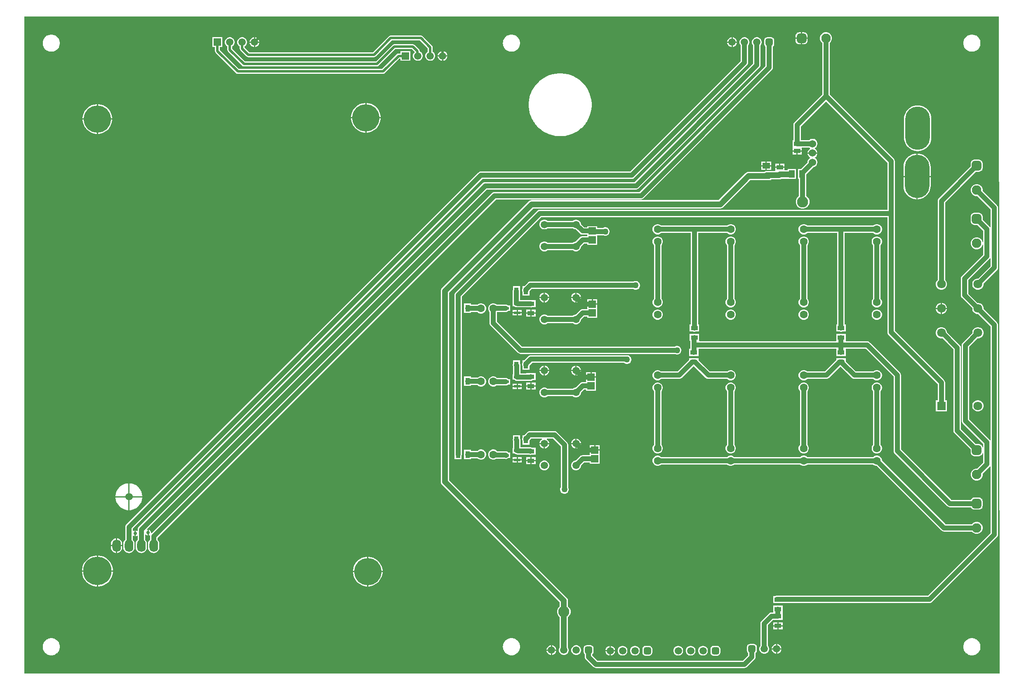
<source format=gbr>
%TF.GenerationSoftware,Altium Limited,Altium Designer,21.6.4 (81)*%
G04 Layer_Physical_Order=2*
G04 Layer_Color=16711680*
%FSLAX43Y43*%
%MOMM*%
%TF.SameCoordinates,51A45B19-5AA5-45A3-BC04-4EA5AD39BA57*%
%TF.FilePolarity,Positive*%
%TF.FileFunction,Copper,L2,Bot,Signal*%
%TF.Part,Single*%
G01*
G75*
%TA.AperFunction,Conductor*%
%ADD11C,1.000*%
%TA.AperFunction,ComponentPad*%
G04:AMPARAMS|DCode=13|XSize=1.95mm|YSize=1.95mm|CornerRadius=0.488mm|HoleSize=0mm|Usage=FLASHONLY|Rotation=0.000|XOffset=0mm|YOffset=0mm|HoleType=Round|Shape=RoundedRectangle|*
%AMROUNDEDRECTD13*
21,1,1.950,0.975,0,0,0.0*
21,1,0.975,1.950,0,0,0.0*
1,1,0.975,0.488,-0.488*
1,1,0.975,-0.488,-0.488*
1,1,0.975,-0.488,0.488*
1,1,0.975,0.488,0.488*
%
%ADD13ROUNDEDRECTD13*%
%ADD14C,1.950*%
%ADD15C,1.500*%
G04:AMPARAMS|DCode=16|XSize=1.5mm|YSize=1.5mm|CornerRadius=0.375mm|HoleSize=0mm|Usage=FLASHONLY|Rotation=0.000|XOffset=0mm|YOffset=0mm|HoleType=Round|Shape=RoundedRectangle|*
%AMROUNDEDRECTD16*
21,1,1.500,0.750,0,0,0.0*
21,1,0.750,1.500,0,0,0.0*
1,1,0.750,0.375,-0.375*
1,1,0.750,-0.375,-0.375*
1,1,0.750,-0.375,0.375*
1,1,0.750,0.375,0.375*
%
%ADD16ROUNDEDRECTD16*%
G04:AMPARAMS|DCode=17|XSize=1.95mm|YSize=1.95mm|CornerRadius=0.488mm|HoleSize=0mm|Usage=FLASHONLY|Rotation=270.000|XOffset=0mm|YOffset=0mm|HoleType=Round|Shape=RoundedRectangle|*
%AMROUNDEDRECTD17*
21,1,1.950,0.975,0,0,270.0*
21,1,0.975,1.950,0,0,270.0*
1,1,0.975,-0.488,-0.488*
1,1,0.975,-0.488,0.488*
1,1,0.975,0.488,0.488*
1,1,0.975,0.488,-0.488*
%
%ADD17ROUNDEDRECTD17*%
%ADD18C,1.800*%
%ADD19R,1.800X1.800*%
%ADD20C,2.286*%
%ADD21O,5.080X8.890*%
%ADD22C,1.524*%
%ADD23C,1.600*%
%ADD24R,1.500X1.500*%
%ADD25C,5.842*%
%ADD26C,5.588*%
%ADD27O,1.778X2.540*%
%TA.AperFunction,ViaPad*%
%ADD28C,1.270*%
%ADD29C,0.700*%
%TA.AperFunction,SMDPad,CuDef*%
%ADD30R,1.450X0.950*%
%ADD31R,0.950X1.450*%
%ADD32R,1.350X0.600*%
%ADD33R,1.207X1.508*%
%ADD34R,1.508X1.207*%
%ADD35R,1.350X0.950*%
%ADD36R,1.556X1.505*%
%TA.AperFunction,Conductor*%
%ADD37C,1.200*%
%ADD38C,0.500*%
G36*
X200228Y90D02*
X200138Y0D01*
X0D01*
Y135000D01*
X200025D01*
X200228Y90D01*
D02*
G37*
%LPC*%
G36*
X160039Y131735D02*
X159679D01*
Y130627D01*
X160787D01*
Y130988D01*
X160762Y131181D01*
X160687Y131361D01*
X160568Y131516D01*
X160413Y131635D01*
X160233Y131710D01*
X160039Y131735D01*
D02*
G37*
G36*
X159425D02*
X159064D01*
X158871Y131710D01*
X158690Y131635D01*
X158535Y131516D01*
X158417Y131361D01*
X158342Y131181D01*
X158316Y130988D01*
Y130627D01*
X159425D01*
Y131735D01*
D02*
G37*
G36*
X47376Y130704D02*
X47371D01*
Y129827D01*
X48248D01*
Y129832D01*
X48180Y130088D01*
X48047Y130316D01*
X47860Y130503D01*
X47632Y130636D01*
X47376Y130704D01*
D02*
G37*
G36*
X47117D02*
X47112D01*
X46856Y130636D01*
X46628Y130503D01*
X46441Y130316D01*
X46308Y130088D01*
X46240Y129832D01*
Y129827D01*
X47117D01*
Y130704D01*
D02*
G37*
G36*
X145420D02*
X145415D01*
Y129827D01*
X146292D01*
Y129832D01*
X146224Y130088D01*
X146091Y130316D01*
X145904Y130503D01*
X145676Y130636D01*
X145420Y130704D01*
D02*
G37*
G36*
X145161D02*
X145156D01*
X144900Y130636D01*
X144672Y130503D01*
X144485Y130316D01*
X144352Y130088D01*
X144284Y129832D01*
Y129827D01*
X145161D01*
Y130704D01*
D02*
G37*
G36*
X160787Y130373D02*
X159679D01*
Y129265D01*
X160039D01*
X160233Y129290D01*
X160413Y129365D01*
X160568Y129484D01*
X160687Y129639D01*
X160762Y129819D01*
X160787Y130013D01*
Y130373D01*
D02*
G37*
G36*
X159425D02*
X158316D01*
Y130013D01*
X158342Y129819D01*
X158417Y129639D01*
X158535Y129484D01*
X158690Y129365D01*
X158871Y129290D01*
X159064Y129265D01*
X159425D01*
Y130373D01*
D02*
G37*
G36*
X146292Y129573D02*
X145415D01*
Y128696D01*
X145420D01*
X145676Y128764D01*
X145904Y128897D01*
X146091Y129084D01*
X146224Y129312D01*
X146292Y129568D01*
Y129573D01*
D02*
G37*
G36*
X145161D02*
X144284D01*
Y129568D01*
X144352Y129312D01*
X144485Y129084D01*
X144672Y128897D01*
X144900Y128764D01*
X145156Y128696D01*
X145161D01*
Y129573D01*
D02*
G37*
G36*
X48248Y129573D02*
X47371D01*
Y128696D01*
X47376D01*
X47632Y128764D01*
X47860Y128897D01*
X48047Y129084D01*
X48180Y129312D01*
X48248Y129568D01*
Y129573D01*
D02*
G37*
G36*
X47117D02*
X46240D01*
Y129568D01*
X46308Y129312D01*
X46441Y129084D01*
X46628Y128897D01*
X46856Y128764D01*
X47112Y128696D01*
X47117D01*
Y129573D01*
D02*
G37*
G36*
X194673Y131259D02*
X194377D01*
X194352Y131254D01*
X194327D01*
X194037Y131196D01*
X194013Y131187D01*
X193988Y131182D01*
X193715Y131069D01*
X193694Y131054D01*
X193671Y131045D01*
X193425Y130880D01*
X193407Y130862D01*
X193386Y130848D01*
X193177Y130639D01*
X193163Y130618D01*
X193145Y130600D01*
X192980Y130354D01*
X192971Y130331D01*
X192956Y130310D01*
X192843Y130037D01*
X192838Y130012D01*
X192829Y129988D01*
X192771Y129698D01*
Y129673D01*
X192766Y129648D01*
Y129352D01*
X192771Y129327D01*
Y129302D01*
X192829Y129012D01*
X192838Y128988D01*
X192843Y128963D01*
X192956Y128690D01*
X192971Y128669D01*
X192980Y128646D01*
X193145Y128400D01*
X193163Y128382D01*
X193177Y128361D01*
X193386Y128152D01*
X193407Y128138D01*
X193425Y128120D01*
X193671Y127955D01*
X193694Y127946D01*
X193715Y127931D01*
X193988Y127818D01*
X194013Y127813D01*
X194037Y127804D01*
X194327Y127746D01*
X194352D01*
X194377Y127741D01*
X194673D01*
X194698Y127746D01*
X194723D01*
X195013Y127804D01*
X195037Y127813D01*
X195062Y127818D01*
X195335Y127931D01*
X195356Y127946D01*
X195379Y127955D01*
X195625Y128120D01*
X195643Y128138D01*
X195664Y128152D01*
X195873Y128361D01*
X195887Y128382D01*
X195905Y128400D01*
X196070Y128646D01*
X196079Y128669D01*
X196094Y128690D01*
X196207Y128963D01*
X196212Y128988D01*
X196221Y129012D01*
X196279Y129302D01*
Y129327D01*
X196284Y129352D01*
Y129648D01*
X196279Y129673D01*
Y129698D01*
X196221Y129988D01*
X196212Y130012D01*
X196207Y130037D01*
X196094Y130310D01*
X196079Y130331D01*
X196070Y130354D01*
X195905Y130600D01*
X195887Y130618D01*
X195873Y130639D01*
X195664Y130848D01*
X195643Y130862D01*
X195625Y130880D01*
X195379Y131045D01*
X195356Y131054D01*
X195335Y131069D01*
X195062Y131182D01*
X195037Y131187D01*
X195013Y131196D01*
X194723Y131254D01*
X194698D01*
X194673Y131259D01*
D02*
G37*
G36*
X100148D02*
X99852D01*
X99827Y131254D01*
X99802D01*
X99512Y131196D01*
X99488Y131187D01*
X99463Y131182D01*
X99190Y131069D01*
X99169Y131054D01*
X99146Y131045D01*
X98900Y130880D01*
X98882Y130862D01*
X98861Y130848D01*
X98652Y130639D01*
X98638Y130618D01*
X98620Y130600D01*
X98455Y130354D01*
X98446Y130331D01*
X98431Y130310D01*
X98318Y130037D01*
X98313Y130012D01*
X98304Y129988D01*
X98246Y129698D01*
Y129673D01*
X98241Y129648D01*
Y129352D01*
X98246Y129327D01*
Y129302D01*
X98304Y129012D01*
X98313Y128988D01*
X98318Y128963D01*
X98431Y128690D01*
X98446Y128669D01*
X98455Y128646D01*
X98620Y128400D01*
X98638Y128382D01*
X98652Y128361D01*
X98861Y128152D01*
X98882Y128138D01*
X98900Y128120D01*
X99146Y127955D01*
X99169Y127946D01*
X99190Y127931D01*
X99463Y127818D01*
X99488Y127813D01*
X99512Y127804D01*
X99802Y127746D01*
X99827D01*
X99852Y127741D01*
X100148D01*
X100173Y127746D01*
X100198D01*
X100488Y127804D01*
X100512Y127813D01*
X100537Y127818D01*
X100810Y127931D01*
X100831Y127946D01*
X100854Y127955D01*
X101100Y128120D01*
X101118Y128138D01*
X101139Y128152D01*
X101348Y128361D01*
X101362Y128382D01*
X101380Y128400D01*
X101545Y128646D01*
X101554Y128669D01*
X101569Y128690D01*
X101682Y128963D01*
X101687Y128988D01*
X101696Y129012D01*
X101754Y129302D01*
Y129327D01*
X101759Y129352D01*
Y129648D01*
X101754Y129673D01*
Y129698D01*
X101696Y129988D01*
X101687Y130012D01*
X101682Y130037D01*
X101569Y130310D01*
X101554Y130331D01*
X101545Y130354D01*
X101380Y130600D01*
X101362Y130618D01*
X101348Y130639D01*
X101139Y130848D01*
X101118Y130862D01*
X101100Y130880D01*
X100854Y131045D01*
X100831Y131054D01*
X100810Y131069D01*
X100537Y131182D01*
X100512Y131187D01*
X100488Y131196D01*
X100198Y131254D01*
X100173D01*
X100148Y131259D01*
D02*
G37*
G36*
X5673D02*
X5377D01*
X5352Y131254D01*
X5327D01*
X5037Y131196D01*
X5013Y131187D01*
X4988Y131182D01*
X4715Y131069D01*
X4694Y131054D01*
X4671Y131045D01*
X4425Y130880D01*
X4407Y130862D01*
X4386Y130848D01*
X4177Y130639D01*
X4163Y130618D01*
X4145Y130600D01*
X3980Y130354D01*
X3971Y130331D01*
X3956Y130310D01*
X3843Y130037D01*
X3838Y130012D01*
X3829Y129988D01*
X3771Y129698D01*
Y129673D01*
X3766Y129648D01*
Y129352D01*
X3771Y129327D01*
Y129302D01*
X3829Y129012D01*
X3838Y128988D01*
X3843Y128963D01*
X3956Y128690D01*
X3971Y128669D01*
X3980Y128646D01*
X4145Y128400D01*
X4163Y128382D01*
X4177Y128361D01*
X4386Y128152D01*
X4407Y128138D01*
X4425Y128120D01*
X4671Y127955D01*
X4694Y127946D01*
X4715Y127931D01*
X4988Y127818D01*
X5013Y127813D01*
X5037Y127804D01*
X5327Y127746D01*
X5352D01*
X5377Y127741D01*
X5673D01*
X5698Y127746D01*
X5723D01*
X6013Y127804D01*
X6037Y127813D01*
X6062Y127818D01*
X6335Y127931D01*
X6356Y127946D01*
X6379Y127955D01*
X6625Y128120D01*
X6643Y128138D01*
X6664Y128152D01*
X6873Y128361D01*
X6887Y128382D01*
X6905Y128400D01*
X7070Y128646D01*
X7079Y128669D01*
X7094Y128690D01*
X7207Y128963D01*
X7212Y128988D01*
X7221Y129012D01*
X7279Y129302D01*
Y129327D01*
X7284Y129352D01*
Y129648D01*
X7279Y129673D01*
Y129698D01*
X7221Y129988D01*
X7212Y130012D01*
X7207Y130037D01*
X7094Y130310D01*
X7079Y130331D01*
X7070Y130354D01*
X6905Y130600D01*
X6887Y130618D01*
X6873Y130639D01*
X6664Y130848D01*
X6643Y130862D01*
X6625Y130880D01*
X6379Y131045D01*
X6356Y131054D01*
X6335Y131069D01*
X6062Y131182D01*
X6037Y131187D01*
X6013Y131196D01*
X5723Y131254D01*
X5698D01*
X5673Y131259D01*
D02*
G37*
G36*
X81407Y131070D02*
X75184D01*
X74987Y131031D01*
X74821Y130919D01*
X71542Y127641D01*
X46187D01*
X45218Y128610D01*
Y128837D01*
X45320Y128897D01*
X45507Y129084D01*
X45640Y129312D01*
X45708Y129568D01*
Y129832D01*
X45640Y130088D01*
X45507Y130316D01*
X45320Y130503D01*
X45092Y130636D01*
X44836Y130704D01*
X44572D01*
X44316Y130636D01*
X44088Y130503D01*
X43901Y130316D01*
X43768Y130088D01*
X43700Y129832D01*
Y129568D01*
X43768Y129312D01*
X43901Y129084D01*
X44088Y128897D01*
X44190Y128837D01*
Y128397D01*
X44229Y128200D01*
X44341Y128034D01*
X45611Y126764D01*
X45777Y126652D01*
X45974Y126613D01*
X71755D01*
X71952Y126652D01*
X72118Y126764D01*
X75397Y130042D01*
X81194D01*
X82798Y128438D01*
Y127736D01*
X82696Y127676D01*
X82509Y127489D01*
X82376Y127261D01*
X82308Y127005D01*
Y126741D01*
X82376Y126485D01*
X82509Y126257D01*
X82696Y126070D01*
X82924Y125937D01*
X83180Y125869D01*
X83444D01*
X83700Y125937D01*
X83928Y126070D01*
X84115Y126257D01*
X84248Y126485D01*
X84316Y126741D01*
Y127005D01*
X84248Y127261D01*
X84115Y127489D01*
X83928Y127676D01*
X83826Y127736D01*
Y128651D01*
X83787Y128848D01*
X83675Y129014D01*
X81770Y130919D01*
X81604Y131031D01*
X81407Y131070D01*
D02*
G37*
G36*
X85984Y127877D02*
X85979D01*
Y127000D01*
X86856D01*
Y127005D01*
X86788Y127261D01*
X86655Y127489D01*
X86468Y127676D01*
X86240Y127809D01*
X85984Y127877D01*
D02*
G37*
G36*
X85725D02*
X85720D01*
X85464Y127809D01*
X85236Y127676D01*
X85049Y127489D01*
X84916Y127261D01*
X84848Y127005D01*
Y127000D01*
X85725D01*
Y127877D01*
D02*
G37*
G36*
X86856Y126746D02*
X85979D01*
Y125869D01*
X85984D01*
X86240Y125937D01*
X86468Y126070D01*
X86655Y126257D01*
X86788Y126485D01*
X86856Y126741D01*
Y126746D01*
D02*
G37*
G36*
X85725D02*
X84848D01*
Y126741D01*
X84916Y126485D01*
X85049Y126257D01*
X85236Y126070D01*
X85464Y125937D01*
X85720Y125869D01*
X85725D01*
Y126746D01*
D02*
G37*
G36*
X42296Y130704D02*
X42032D01*
X41776Y130636D01*
X41548Y130503D01*
X41361Y130316D01*
X41228Y130088D01*
X41160Y129832D01*
Y129568D01*
X41228Y129312D01*
X41361Y129084D01*
X41548Y128897D01*
X41650Y128837D01*
Y128143D01*
X41689Y127946D01*
X41801Y127780D01*
X44722Y124859D01*
X44888Y124747D01*
X45085Y124708D01*
X72390D01*
X72587Y124747D01*
X72753Y124859D01*
X76159Y128264D01*
X79543D01*
X80142Y127665D01*
Y127663D01*
X79969Y127489D01*
X79836Y127261D01*
X79768Y127005D01*
Y126741D01*
X79836Y126485D01*
X79969Y126257D01*
X80156Y126070D01*
X80384Y125937D01*
X80640Y125869D01*
X80904D01*
X81160Y125937D01*
X81388Y126070D01*
X81575Y126257D01*
X81708Y126485D01*
X81776Y126741D01*
Y127005D01*
X81708Y127261D01*
X81575Y127489D01*
X81388Y127676D01*
X81170Y127803D01*
Y127878D01*
X81131Y128075D01*
X81019Y128242D01*
X80119Y129141D01*
X79953Y129253D01*
X79756Y129292D01*
X75946D01*
X75749Y129253D01*
X75583Y129141D01*
X72177Y125736D01*
X45298D01*
X42678Y128356D01*
Y128837D01*
X42780Y128897D01*
X42967Y129084D01*
X43100Y129312D01*
X43168Y129568D01*
Y129832D01*
X43100Y130088D01*
X42967Y130316D01*
X42780Y130503D01*
X42552Y130636D01*
X42296Y130704D01*
D02*
G37*
G36*
X40628D02*
X38620D01*
Y128696D01*
X39110D01*
Y127889D01*
X39149Y127692D01*
X39261Y127526D01*
X43452Y123335D01*
X43618Y123223D01*
X43815Y123184D01*
X73660D01*
X73857Y123223D01*
X74023Y123335D01*
X77048Y126359D01*
X77228D01*
Y125869D01*
X79236D01*
Y127877D01*
X77228D01*
Y127387D01*
X76835D01*
X76638Y127348D01*
X76472Y127236D01*
X73447Y124212D01*
X44028D01*
X40138Y128102D01*
Y128696D01*
X40628D01*
Y130704D01*
D02*
G37*
G36*
X110304Y123296D02*
X109696D01*
X109683Y123294D01*
X109670Y123295D01*
X109064Y123235D01*
X109052Y123231D01*
X109039D01*
X108442Y123113D01*
X108430Y123108D01*
X108417Y123106D01*
X107835Y122930D01*
X107823Y122924D01*
X107811Y122921D01*
X107248Y122688D01*
X107237Y122681D01*
X107225Y122677D01*
X106688Y122390D01*
X106678Y122382D01*
X106666Y122377D01*
X106160Y122039D01*
X106151Y122030D01*
X106140Y122024D01*
X105669Y121637D01*
X105661Y121628D01*
X105650Y121620D01*
X105220Y121190D01*
X105213Y121179D01*
X105203Y121171D01*
X104816Y120700D01*
X104810Y120689D01*
X104801Y120680D01*
X104463Y120174D01*
X104458Y120162D01*
X104450Y120152D01*
X104163Y119615D01*
X104159Y119603D01*
X104152Y119592D01*
X103919Y119029D01*
X103916Y119017D01*
X103910Y119005D01*
X103734Y118423D01*
X103732Y118410D01*
X103727Y118398D01*
X103609Y117801D01*
Y117788D01*
X103605Y117776D01*
X103545Y117170D01*
X103547Y117157D01*
X103544Y117144D01*
Y116536D01*
X103547Y116523D01*
X103545Y116510D01*
X103605Y115904D01*
X103609Y115892D01*
Y115879D01*
X103727Y115282D01*
X103732Y115270D01*
X103734Y115257D01*
X103910Y114675D01*
X103916Y114663D01*
X103919Y114651D01*
X104152Y114088D01*
X104159Y114077D01*
X104163Y114065D01*
X104450Y113528D01*
X104458Y113518D01*
X104463Y113506D01*
X104801Y113000D01*
X104810Y112991D01*
X104816Y112980D01*
X105203Y112509D01*
X105213Y112501D01*
X105220Y112490D01*
X105650Y112060D01*
X105661Y112052D01*
X105669Y112043D01*
X106140Y111656D01*
X106151Y111650D01*
X106160Y111641D01*
X106666Y111303D01*
X106678Y111298D01*
X106688Y111290D01*
X107225Y111003D01*
X107237Y110999D01*
X107248Y110992D01*
X107811Y110759D01*
X107823Y110756D01*
X107835Y110750D01*
X108417Y110574D01*
X108430Y110572D01*
X108442Y110567D01*
X109039Y110449D01*
X109052D01*
X109064Y110445D01*
X109670Y110385D01*
X109683Y110386D01*
X109696Y110384D01*
X110304D01*
X110317Y110386D01*
X110330Y110385D01*
X110936Y110445D01*
X110948Y110449D01*
X110961D01*
X111558Y110567D01*
X111570Y110572D01*
X111583Y110574D01*
X112165Y110750D01*
X112177Y110756D01*
X112189Y110759D01*
X112752Y110992D01*
X112763Y110999D01*
X112775Y111003D01*
X113312Y111290D01*
X113322Y111298D01*
X113334Y111303D01*
X113840Y111641D01*
X113849Y111650D01*
X113860Y111656D01*
X114331Y112043D01*
X114339Y112052D01*
X114350Y112060D01*
X114780Y112490D01*
X114787Y112501D01*
X114797Y112509D01*
X115184Y112980D01*
X115190Y112991D01*
X115199Y113000D01*
X115537Y113506D01*
X115542Y113518D01*
X115550Y113528D01*
X115837Y114065D01*
X115841Y114077D01*
X115848Y114088D01*
X116081Y114651D01*
X116084Y114663D01*
X116090Y114675D01*
X116266Y115257D01*
X116268Y115270D01*
X116273Y115282D01*
X116391Y115879D01*
Y115892D01*
X116395Y115904D01*
X116455Y116510D01*
X116453Y116523D01*
X116456Y116536D01*
Y117144D01*
X116453Y117157D01*
X116455Y117170D01*
X116395Y117776D01*
X116391Y117788D01*
Y117801D01*
X116273Y118398D01*
X116268Y118410D01*
X116266Y118423D01*
X116090Y119005D01*
X116084Y119017D01*
X116081Y119029D01*
X115848Y119592D01*
X115841Y119603D01*
X115837Y119615D01*
X115550Y120152D01*
X115542Y120162D01*
X115537Y120174D01*
X115199Y120680D01*
X115190Y120689D01*
X115184Y120700D01*
X114797Y121171D01*
X114787Y121179D01*
X114780Y121190D01*
X114350Y121620D01*
X114339Y121628D01*
X114331Y121637D01*
X113860Y122024D01*
X113849Y122030D01*
X113840Y122039D01*
X113334Y122377D01*
X113322Y122382D01*
X113312Y122390D01*
X112775Y122677D01*
X112763Y122681D01*
X112752Y122688D01*
X112189Y122921D01*
X112177Y122924D01*
X112165Y122930D01*
X111583Y123106D01*
X111570Y123108D01*
X111558Y123113D01*
X110961Y123231D01*
X110948D01*
X110936Y123235D01*
X110330Y123295D01*
X110317Y123294D01*
X110304Y123296D01*
D02*
G37*
G36*
X70344Y117221D02*
X70231D01*
Y114300D01*
X73152D01*
Y114413D01*
X73077Y114887D01*
X72929Y115343D01*
X72711Y115771D01*
X72429Y116159D01*
X72090Y116498D01*
X71701Y116780D01*
X71274Y116998D01*
X70818Y117146D01*
X70344Y117221D01*
D02*
G37*
G36*
X69977D02*
X69864D01*
X69390Y117146D01*
X68934Y116998D01*
X68507Y116780D01*
X68118Y116498D01*
X67779Y116159D01*
X67497Y115771D01*
X67279Y115343D01*
X67131Y114887D01*
X67056Y114413D01*
Y114300D01*
X69977D01*
Y117221D01*
D02*
G37*
G36*
X15226Y116967D02*
X15113D01*
Y114046D01*
X18034D01*
Y114159D01*
X17959Y114633D01*
X17811Y115089D01*
X17593Y115517D01*
X17311Y115905D01*
X16972Y116244D01*
X16583Y116526D01*
X16156Y116744D01*
X15700Y116892D01*
X15226Y116967D01*
D02*
G37*
G36*
X14859D02*
X14746D01*
X14272Y116892D01*
X13816Y116744D01*
X13389Y116526D01*
X13000Y116244D01*
X12661Y115905D01*
X12379Y115517D01*
X12161Y115089D01*
X12013Y114633D01*
X11938Y114159D01*
Y114046D01*
X14859D01*
Y116967D01*
D02*
G37*
G36*
X73152Y114046D02*
X70231D01*
Y111125D01*
X70344D01*
X70818Y111200D01*
X71274Y111348D01*
X71701Y111566D01*
X72090Y111848D01*
X72429Y112187D01*
X72711Y112576D01*
X72929Y113003D01*
X73077Y113459D01*
X73152Y113933D01*
Y114046D01*
D02*
G37*
G36*
X69977D02*
X67056D01*
Y113933D01*
X67131Y113459D01*
X67279Y113003D01*
X67497Y112576D01*
X67779Y112187D01*
X68118Y111848D01*
X68507Y111566D01*
X68934Y111348D01*
X69390Y111200D01*
X69864Y111125D01*
X69977D01*
Y114046D01*
D02*
G37*
G36*
X18034Y113792D02*
X15113D01*
Y110871D01*
X15226D01*
X15700Y110946D01*
X16156Y111094D01*
X16583Y111312D01*
X16972Y111594D01*
X17311Y111933D01*
X17593Y112322D01*
X17811Y112749D01*
X17959Y113205D01*
X18034Y113679D01*
Y113792D01*
D02*
G37*
G36*
X14859D02*
X11938D01*
Y113679D01*
X12013Y113205D01*
X12161Y112749D01*
X12379Y112322D01*
X12661Y111933D01*
X13000Y111594D01*
X13389Y111312D01*
X13816Y111094D01*
X14272Y110946D01*
X14746Y110871D01*
X14859D01*
Y113792D01*
D02*
G37*
G36*
X183388Y116722D02*
X182950Y116687D01*
X182522Y116584D01*
X182116Y116416D01*
X181741Y116186D01*
X181406Y115901D01*
X181121Y115566D01*
X180891Y115191D01*
X180723Y114785D01*
X180620Y114357D01*
X180585Y113919D01*
Y110109D01*
X180620Y109671D01*
X180723Y109243D01*
X180891Y108837D01*
X181121Y108462D01*
X181406Y108127D01*
X181741Y107842D01*
X182116Y107612D01*
X182522Y107444D01*
X182950Y107341D01*
X183388Y107306D01*
X183826Y107341D01*
X184254Y107444D01*
X184660Y107612D01*
X185035Y107842D01*
X185370Y108127D01*
X185655Y108462D01*
X185885Y108837D01*
X186053Y109243D01*
X186156Y109671D01*
X186191Y110109D01*
Y113919D01*
X186156Y114357D01*
X186053Y114785D01*
X185885Y115191D01*
X185655Y115566D01*
X185370Y115901D01*
X185035Y116186D01*
X184660Y116416D01*
X184254Y116584D01*
X183826Y116687D01*
X183388Y116722D01*
D02*
G37*
G36*
X159552Y107200D02*
X158750D01*
Y106598D01*
X159552D01*
Y107200D01*
D02*
G37*
G36*
X158496D02*
X157694D01*
Y106598D01*
X158496D01*
Y107200D01*
D02*
G37*
G36*
X153281Y105159D02*
X152400D01*
Y104429D01*
X153281D01*
Y105159D01*
D02*
G37*
G36*
X152146D02*
X151265D01*
Y104429D01*
X152146D01*
Y105159D01*
D02*
G37*
G36*
X155996Y104730D02*
X155194D01*
Y104128D01*
X155996D01*
Y104730D01*
D02*
G37*
G36*
X154940D02*
X154138D01*
Y104128D01*
X154940D01*
Y104730D01*
D02*
G37*
G36*
X153281Y104175D02*
X152400D01*
Y103445D01*
X153281D01*
Y104175D01*
D02*
G37*
G36*
X152146D02*
X151265D01*
Y103445D01*
X152146D01*
Y104175D01*
D02*
G37*
G36*
X183388Y106806D02*
Y102235D01*
X186064D01*
Y104013D01*
X186029Y104451D01*
X185926Y104879D01*
X185758Y105285D01*
X185528Y105660D01*
X185243Y105995D01*
X184908Y106280D01*
X184533Y106510D01*
X184127Y106678D01*
X183699Y106781D01*
X183388Y106806D01*
D02*
G37*
G36*
X183134D02*
X182823Y106781D01*
X182395Y106678D01*
X181989Y106510D01*
X181614Y106280D01*
X181279Y105995D01*
X180994Y105660D01*
X180764Y105285D01*
X180596Y104879D01*
X180493Y104451D01*
X180458Y104013D01*
Y102235D01*
X183134D01*
Y106806D01*
D02*
G37*
G36*
X155996Y103874D02*
X155067D01*
X154138D01*
Y103272D01*
X154036Y103212D01*
X152423D01*
X152200Y103183D01*
X151993Y103097D01*
X151947Y103062D01*
X148682D01*
X148459Y103032D01*
X148251Y102946D01*
X148073Y102809D01*
X142518Y97254D01*
X104140D01*
X103917Y97225D01*
X103709Y97139D01*
X103531Y97002D01*
X85751Y79222D01*
X85614Y79044D01*
X85564Y78922D01*
X85528Y78836D01*
X85499Y78613D01*
Y39370D01*
X85528Y39147D01*
X85564Y39061D01*
X85614Y38939D01*
X85751Y38761D01*
X109883Y14629D01*
Y13814D01*
X109626Y13558D01*
X109442Y13239D01*
X109347Y12884D01*
Y12516D01*
X109442Y12161D01*
X109626Y11842D01*
X109883Y11586D01*
Y5342D01*
X109808Y5214D01*
X109740Y4958D01*
Y4694D01*
X109808Y4438D01*
X109941Y4210D01*
X110128Y4023D01*
X110356Y3890D01*
X110612Y3822D01*
X110876D01*
X111132Y3890D01*
X111360Y4023D01*
X111547Y4210D01*
X111680Y4438D01*
X111748Y4694D01*
Y4958D01*
X111680Y5214D01*
X111605Y5342D01*
Y11586D01*
X111862Y11842D01*
X112046Y12161D01*
X112141Y12516D01*
Y12884D01*
X112046Y13239D01*
X111862Y13558D01*
X111605Y13814D01*
Y14986D01*
X111576Y15209D01*
X111490Y15417D01*
X111353Y15595D01*
X87221Y39727D01*
Y78256D01*
X104497Y95532D01*
X142875D01*
X143098Y95561D01*
X143184Y95597D01*
X143306Y95647D01*
X143484Y95784D01*
X149039Y101339D01*
X152273D01*
X152304Y101343D01*
X153281D01*
Y101489D01*
X154917D01*
X155140Y101519D01*
X155226Y101554D01*
X155347Y101605D01*
X155393Y101640D01*
X156715D01*
Y101608D01*
X158429D01*
Y102585D01*
X158434Y102616D01*
X158429Y102647D01*
Y103624D01*
X156715D01*
Y103362D01*
X155996D01*
Y103874D01*
D02*
G37*
G36*
X186064Y101981D02*
X183388D01*
Y97410D01*
X183699Y97435D01*
X184127Y97538D01*
X184533Y97706D01*
X184908Y97936D01*
X185243Y98221D01*
X185528Y98556D01*
X185758Y98931D01*
X185926Y99337D01*
X186029Y99765D01*
X186064Y100203D01*
Y101981D01*
D02*
G37*
G36*
X183134D02*
X180458D01*
Y100203D01*
X180493Y99765D01*
X180596Y99337D01*
X180764Y98931D01*
X180994Y98556D01*
X181279Y98221D01*
X181614Y97936D01*
X181989Y97706D01*
X182395Y97538D01*
X182823Y97435D01*
X183134Y97410D01*
Y101981D01*
D02*
G37*
G36*
X162814Y106807D02*
X161798D01*
X160782D01*
Y106800D01*
X160851Y106542D01*
X160985Y106310D01*
X161174Y106121D01*
X161289Y106055D01*
Y105908D01*
X161174Y105842D01*
X160985Y105653D01*
X160851Y105421D01*
X160782Y105163D01*
Y104951D01*
X159456Y103624D01*
X158817D01*
Y101608D01*
X159005D01*
Y98075D01*
X158908Y98019D01*
X158648Y97759D01*
X158464Y97440D01*
X158369Y97085D01*
Y96717D01*
X158464Y96362D01*
X158648Y96043D01*
X158908Y95783D01*
X159227Y95599D01*
X159582Y95504D01*
X159950D01*
X160305Y95599D01*
X160624Y95783D01*
X160884Y96043D01*
X161068Y96362D01*
X161163Y96717D01*
Y97085D01*
X161068Y97440D01*
X160884Y97759D01*
X160624Y98019D01*
X160527Y98075D01*
Y101608D01*
X160531D01*
Y102549D01*
X162019Y104036D01*
X162190Y104082D01*
X162422Y104216D01*
X162611Y104405D01*
X162745Y104637D01*
X162814Y104895D01*
Y105163D01*
X162745Y105421D01*
X162611Y105653D01*
X162422Y105842D01*
X162307Y105908D01*
Y106055D01*
X162422Y106121D01*
X162611Y106310D01*
X162745Y106542D01*
X162814Y106800D01*
Y106807D01*
D02*
G37*
G36*
X113382Y93254D02*
X113118D01*
X112862Y93186D01*
X112634Y93053D01*
X112591Y93011D01*
X107409D01*
X107366Y93053D01*
X107138Y93186D01*
X106882Y93254D01*
X106618D01*
X106362Y93186D01*
X106134Y93053D01*
X105947Y92866D01*
X105814Y92638D01*
X105746Y92382D01*
Y92118D01*
X105814Y91862D01*
X105947Y91634D01*
X106134Y91447D01*
X106362Y91314D01*
X106618Y91246D01*
X106882D01*
X107138Y91314D01*
X107366Y91447D01*
X107409Y91489D01*
X112591D01*
X112634Y91447D01*
X112862Y91314D01*
X113118Y91246D01*
X113178D01*
X114061Y90363D01*
X114219Y90242D01*
X114295Y90211D01*
X114402Y90166D01*
X114599Y90140D01*
X115554D01*
Y89860D01*
X114599D01*
X114402Y89834D01*
X114295Y89789D01*
X114219Y89758D01*
X114061Y89637D01*
X113178Y88754D01*
X113118D01*
X112862Y88686D01*
X112634Y88553D01*
X112591Y88511D01*
X107409D01*
X107366Y88553D01*
X107138Y88686D01*
X106882Y88754D01*
X106618D01*
X106362Y88686D01*
X106134Y88553D01*
X105947Y88366D01*
X105814Y88138D01*
X105746Y87882D01*
Y87618D01*
X105814Y87362D01*
X105947Y87134D01*
X106134Y86947D01*
X106362Y86814D01*
X106618Y86746D01*
X106882D01*
X107138Y86814D01*
X107366Y86947D01*
X107409Y86989D01*
X112591D01*
X112634Y86947D01*
X112862Y86814D01*
X113118Y86746D01*
X113382D01*
X113638Y86814D01*
X113866Y86947D01*
X114053Y87134D01*
X114186Y87362D01*
X114254Y87618D01*
Y87678D01*
X114914Y88339D01*
X115554D01*
Y88093D01*
X117618D01*
Y90044D01*
X118792D01*
X118910Y89977D01*
X119136Y89916D01*
X119370D01*
X119596Y89977D01*
X119799Y90094D01*
X119964Y90259D01*
X120081Y90462D01*
X120142Y90688D01*
Y90922D01*
X120081Y91148D01*
X119964Y91351D01*
X119799Y91516D01*
X119596Y91633D01*
X119370Y91694D01*
X119136D01*
X118910Y91633D01*
X118792Y91566D01*
X117618D01*
Y91907D01*
X115554D01*
Y91661D01*
X114914D01*
X114254Y92322D01*
Y92382D01*
X114186Y92638D01*
X114053Y92866D01*
X113866Y93053D01*
X113638Y93186D01*
X113382Y93254D01*
D02*
G37*
G36*
X175139Y92324D02*
X174861D01*
X174593Y92252D01*
X174353Y92113D01*
X174270Y92031D01*
X160730D01*
X160647Y92113D01*
X160407Y92252D01*
X160139Y92324D01*
X159861D01*
X159593Y92252D01*
X159353Y92113D01*
X159157Y91917D01*
X159018Y91677D01*
X158946Y91409D01*
Y91131D01*
X159018Y90863D01*
X159157Y90623D01*
X159353Y90427D01*
X159593Y90288D01*
X159861Y90216D01*
X160139D01*
X160407Y90288D01*
X160647Y90427D01*
X160730Y90509D01*
X166879D01*
Y71704D01*
X166661D01*
Y70246D01*
X167430D01*
X167443Y70240D01*
X167640Y70214D01*
X167837Y70240D01*
X167850Y70246D01*
X168619D01*
Y71704D01*
X168401D01*
Y90509D01*
X174270D01*
X174353Y90427D01*
X174593Y90288D01*
X174861Y90216D01*
X175139D01*
X175407Y90288D01*
X175647Y90427D01*
X175843Y90623D01*
X175982Y90863D01*
X176054Y91131D01*
Y91409D01*
X175982Y91677D01*
X175843Y91917D01*
X175647Y92113D01*
X175407Y92252D01*
X175139Y92324D01*
D02*
G37*
G36*
X145139D02*
X144861D01*
X144593Y92252D01*
X144353Y92113D01*
X144270Y92031D01*
X130730D01*
X130647Y92113D01*
X130407Y92252D01*
X130139Y92324D01*
X129861D01*
X129593Y92252D01*
X129353Y92113D01*
X129157Y91917D01*
X129018Y91677D01*
X128946Y91409D01*
Y91131D01*
X129018Y90863D01*
X129157Y90623D01*
X129353Y90427D01*
X129593Y90288D01*
X129861Y90216D01*
X130139D01*
X130407Y90288D01*
X130647Y90427D01*
X130730Y90509D01*
X136780D01*
Y71704D01*
X136562D01*
Y70246D01*
X137331D01*
X137344Y70240D01*
X137541Y70214D01*
X137738Y70240D01*
X137751Y70246D01*
X138520D01*
Y71704D01*
X138302D01*
Y90509D01*
X144270D01*
X144353Y90427D01*
X144593Y90288D01*
X144861Y90216D01*
X145139D01*
X145407Y90288D01*
X145647Y90427D01*
X145843Y90623D01*
X145982Y90863D01*
X146054Y91131D01*
Y91409D01*
X145982Y91677D01*
X145843Y91917D01*
X145647Y92113D01*
X145407Y92252D01*
X145139Y92324D01*
D02*
G37*
G36*
X195662Y100543D02*
X195338D01*
X195026Y100460D01*
X194745Y100298D01*
X194517Y100069D01*
X194355Y99789D01*
X194271Y99476D01*
Y99153D01*
X194355Y98840D01*
X194517Y98560D01*
X194745Y98331D01*
X195026Y98169D01*
X195338Y98085D01*
X195653D01*
X198375Y95363D01*
Y91722D01*
X198248Y91689D01*
X198150Y91818D01*
X196735Y93232D01*
Y93879D01*
X196710Y94073D01*
X196635Y94253D01*
X196516Y94408D01*
X196361Y94527D01*
X196181Y94602D01*
X195988Y94627D01*
X195013D01*
X194819Y94602D01*
X194639Y94527D01*
X194484Y94408D01*
X194365Y94253D01*
X194290Y94073D01*
X194265Y93879D01*
Y92904D01*
X194290Y92711D01*
X194365Y92531D01*
X194484Y92376D01*
X194639Y92257D01*
X194819Y92182D01*
X195013Y92157D01*
X195660D01*
X196851Y90965D01*
Y88587D01*
X196724Y88571D01*
X196645Y88866D01*
X196483Y89147D01*
X196255Y89375D01*
X195974Y89537D01*
X195662Y89621D01*
X195338D01*
X195026Y89537D01*
X194745Y89375D01*
X194517Y89147D01*
X194355Y88866D01*
X194271Y88554D01*
Y88230D01*
X194355Y87918D01*
X194517Y87637D01*
X194745Y87409D01*
X195026Y87247D01*
X195338Y87163D01*
X195662D01*
X195974Y87247D01*
X196255Y87409D01*
X196483Y87637D01*
X196645Y87918D01*
X196724Y88213D01*
X196851Y88197D01*
Y86040D01*
X192502Y81691D01*
X192381Y81533D01*
X192305Y81350D01*
X192279Y81153D01*
Y77710D01*
X192305Y77513D01*
X192381Y77330D01*
X192502Y77172D01*
X194596Y75078D01*
Y74848D01*
X194675Y74555D01*
X194827Y74291D01*
X195041Y74077D01*
X195305Y73925D01*
X195598Y73846D01*
X195828D01*
X198375Y71299D01*
Y47940D01*
X198248Y47907D01*
X198150Y48036D01*
X193928Y52258D01*
Y67102D01*
X195672Y68846D01*
X195902D01*
X196195Y68925D01*
X196459Y69077D01*
X196673Y69291D01*
X196825Y69555D01*
X196904Y69848D01*
Y70152D01*
X196825Y70445D01*
X196673Y70709D01*
X196459Y70923D01*
X196195Y71075D01*
X195902Y71154D01*
X195598D01*
X195305Y71075D01*
X195041Y70923D01*
X194827Y70709D01*
X194675Y70445D01*
X194596Y70152D01*
Y69922D01*
X192629Y67955D01*
X192508Y67797D01*
X192432Y67614D01*
X192406Y67417D01*
Y51943D01*
X192432Y51746D01*
X192508Y51563D01*
X192629Y51405D01*
X196851Y47183D01*
Y46473D01*
X196724Y46465D01*
X196710Y46576D01*
X196635Y46756D01*
X196516Y46911D01*
X196361Y47030D01*
X196181Y47104D01*
X195988Y47130D01*
X195340D01*
X192277Y50194D01*
Y66929D01*
X192251Y67126D01*
X192175Y67309D01*
X192054Y67467D01*
X189404Y70117D01*
Y70152D01*
X189325Y70445D01*
X189173Y70709D01*
X188959Y70923D01*
X188695Y71075D01*
X188402Y71154D01*
X188098D01*
X187805Y71075D01*
X187541Y70923D01*
X187327Y70709D01*
X187175Y70445D01*
X187096Y70152D01*
Y69848D01*
X187175Y69555D01*
X187327Y69291D01*
X187541Y69077D01*
X187805Y68925D01*
X188098Y68846D01*
X188402D01*
X188498Y68872D01*
X190755Y66614D01*
Y49878D01*
X190781Y49682D01*
X190857Y49498D01*
X190978Y49341D01*
X194265Y46054D01*
Y45407D01*
X194290Y45213D01*
X194365Y45033D01*
X194484Y44878D01*
X194639Y44759D01*
X194819Y44685D01*
X195013Y44659D01*
X195988D01*
X196181Y44685D01*
X196361Y44759D01*
X196516Y44878D01*
X196635Y45033D01*
X196710Y45213D01*
X196724Y45324D01*
X196851Y45316D01*
Y43321D01*
X195653Y42123D01*
X195338D01*
X195026Y42040D01*
X194745Y41878D01*
X194517Y41649D01*
X194355Y41369D01*
X194271Y41056D01*
Y40733D01*
X194355Y40420D01*
X194517Y40140D01*
X194745Y39911D01*
X195026Y39749D01*
X195338Y39665D01*
X195662D01*
X195974Y39749D01*
X196255Y39911D01*
X196483Y40140D01*
X196645Y40420D01*
X196729Y40733D01*
Y41048D01*
X198150Y42469D01*
X198248Y42597D01*
X198375Y42564D01*
Y28890D01*
X185486Y16001D01*
X154467D01*
X154270Y15975D01*
X154158Y15928D01*
X153707D01*
Y15242D01*
X153707Y15240D01*
X153707Y15238D01*
Y14470D01*
X155665D01*
Y14479D01*
X185801D01*
X185998Y14505D01*
X186181Y14581D01*
X186339Y14702D01*
X199674Y28037D01*
X199795Y28195D01*
X199826Y28271D01*
X199871Y28378D01*
X199897Y28575D01*
Y71614D01*
X199871Y71811D01*
X199826Y71918D01*
X199795Y71994D01*
X199674Y72152D01*
X196904Y74922D01*
Y75152D01*
X196825Y75445D01*
X196673Y75709D01*
X196459Y75923D01*
X196195Y76075D01*
X195902Y76154D01*
X195672D01*
X193801Y78025D01*
Y80838D01*
X198150Y85187D01*
X198248Y85316D01*
X198375Y85283D01*
Y83701D01*
X195828Y81154D01*
X195598D01*
X195305Y81075D01*
X195041Y80923D01*
X194827Y80709D01*
X194675Y80445D01*
X194596Y80152D01*
Y79848D01*
X194675Y79555D01*
X194827Y79291D01*
X195041Y79077D01*
X195305Y78925D01*
X195598Y78846D01*
X195902D01*
X196195Y78925D01*
X196459Y79077D01*
X196673Y79291D01*
X196825Y79555D01*
X196904Y79848D01*
Y80078D01*
X199674Y82848D01*
X199795Y83006D01*
X199826Y83082D01*
X199871Y83189D01*
X199897Y83386D01*
Y95678D01*
X199871Y95875D01*
X199795Y96059D01*
X199674Y96216D01*
X196729Y99161D01*
Y99476D01*
X196645Y99789D01*
X196483Y100069D01*
X196255Y100298D01*
X195974Y100460D01*
X195662Y100543D01*
D02*
G37*
G36*
X125593Y80645D02*
X125359D01*
X125133Y80584D01*
X125015Y80517D01*
X103868D01*
X103671Y80491D01*
X103488Y80415D01*
X103330Y80294D01*
X102662Y79626D01*
X102662Y79626D01*
X102628Y79592D01*
X102246D01*
Y79073D01*
X102240Y79060D01*
X102214Y78863D01*
Y78613D01*
X102240Y78416D01*
X102246Y78403D01*
Y77634D01*
X103704D01*
Y78403D01*
X103710Y78416D01*
X103726Y78538D01*
X103738Y78550D01*
X103738Y78550D01*
X104183Y78995D01*
X125015D01*
X125133Y78928D01*
X125359Y78867D01*
X125593D01*
X125819Y78928D01*
X126022Y79045D01*
X126187Y79210D01*
X126304Y79413D01*
X126365Y79639D01*
Y79873D01*
X126304Y80099D01*
X126187Y80302D01*
X126022Y80467D01*
X125819Y80584D01*
X125593Y80645D01*
D02*
G37*
G36*
X195988Y105550D02*
X195013D01*
X194819Y105524D01*
X194639Y105450D01*
X194484Y105331D01*
X194365Y105176D01*
X194290Y104996D01*
X194265Y104802D01*
Y104155D01*
X187712Y97602D01*
X187591Y97445D01*
X187515Y97261D01*
X187489Y97064D01*
Y80871D01*
X187327Y80709D01*
X187175Y80445D01*
X187096Y80152D01*
Y79848D01*
X187175Y79555D01*
X187327Y79291D01*
X187541Y79077D01*
X187805Y78925D01*
X188098Y78846D01*
X188402D01*
X188695Y78925D01*
X188959Y79077D01*
X189173Y79291D01*
X189325Y79555D01*
X189404Y79848D01*
Y80152D01*
X189325Y80445D01*
X189173Y80709D01*
X189011Y80871D01*
Y96749D01*
X195340Y103079D01*
X195988D01*
X196181Y103105D01*
X196361Y103179D01*
X196516Y103298D01*
X196635Y103453D01*
X196710Y103633D01*
X196735Y103827D01*
Y104802D01*
X196710Y104996D01*
X196635Y105176D01*
X196516Y105331D01*
X196361Y105450D01*
X196181Y105524D01*
X195988Y105550D01*
D02*
G37*
G36*
X113382Y78254D02*
X113377D01*
Y77377D01*
X114254D01*
Y77382D01*
X114186Y77638D01*
X114053Y77866D01*
X113866Y78053D01*
X113638Y78186D01*
X113382Y78254D01*
D02*
G37*
G36*
X113123D02*
X113118D01*
X112862Y78186D01*
X112634Y78053D01*
X112447Y77866D01*
X112314Y77638D01*
X112246Y77382D01*
Y77377D01*
X113123D01*
Y78254D01*
D02*
G37*
G36*
X106882D02*
X106877D01*
Y77377D01*
X107754D01*
Y77382D01*
X107686Y77638D01*
X107553Y77866D01*
X107366Y78053D01*
X107138Y78186D01*
X106882Y78254D01*
D02*
G37*
G36*
X106623D02*
X106618D01*
X106362Y78186D01*
X106134Y78053D01*
X105947Y77866D01*
X105814Y77638D01*
X105746Y77382D01*
Y77377D01*
X106623D01*
Y78254D01*
D02*
G37*
G36*
X114254Y77123D02*
X113377D01*
Y76246D01*
X113382D01*
X113638Y76314D01*
X113866Y76447D01*
X114053Y76634D01*
X114186Y76862D01*
X114254Y77118D01*
Y77123D01*
D02*
G37*
G36*
X113123D02*
X112246D01*
Y77118D01*
X112314Y76862D01*
X112447Y76634D01*
X112634Y76447D01*
X112862Y76314D01*
X113118Y76246D01*
X113123D01*
Y77123D01*
D02*
G37*
G36*
X107754D02*
X106877D01*
Y76246D01*
X106882D01*
X107138Y76314D01*
X107366Y76447D01*
X107553Y76634D01*
X107686Y76862D01*
X107754Y77118D01*
Y77123D01*
D02*
G37*
G36*
X106623D02*
X105746D01*
Y77118D01*
X105814Y76862D01*
X105947Y76634D01*
X106134Y76447D01*
X106362Y76314D01*
X106618Y76246D01*
X106623D01*
Y77123D01*
D02*
G37*
G36*
X117618Y76907D02*
X116713D01*
Y76028D01*
X117618D01*
Y76907D01*
D02*
G37*
G36*
X116459D02*
X115554D01*
Y76028D01*
X116459D01*
Y76907D01*
D02*
G37*
G36*
X93869Y76054D02*
X93591D01*
X93323Y75982D01*
X93083Y75843D01*
X93028Y75789D01*
X91704D01*
Y76036D01*
X90246D01*
Y75267D01*
X90240Y75254D01*
X90214Y75057D01*
X90240Y74860D01*
X90246Y74847D01*
Y74078D01*
X91704D01*
Y74268D01*
X92971D01*
X93083Y74157D01*
X93323Y74018D01*
X93591Y73946D01*
X93869D01*
X94137Y74018D01*
X94377Y74157D01*
X94573Y74353D01*
X94712Y74593D01*
X94784Y74861D01*
Y75139D01*
X94712Y75407D01*
X94573Y75647D01*
X94377Y75843D01*
X94137Y75982D01*
X93869Y76054D01*
D02*
G37*
G36*
X101754Y79592D02*
X100296D01*
Y78823D01*
X100290Y78810D01*
X100264Y78613D01*
Y76057D01*
X100271Y76008D01*
Y75453D01*
X100558D01*
X100695Y75348D01*
X100878Y75272D01*
X101075Y75246D01*
X101147D01*
X101208Y75238D01*
X103939D01*
X104000Y75230D01*
X104197Y75256D01*
X104210Y75262D01*
X104979D01*
Y76720D01*
X104222D01*
X104189Y76734D01*
X103992Y76760D01*
X101786D01*
Y78613D01*
X101760Y78810D01*
X101754Y78823D01*
Y79592D01*
D02*
G37*
G36*
X175139Y89784D02*
X174861D01*
X174593Y89712D01*
X174353Y89573D01*
X174157Y89377D01*
X174018Y89137D01*
X173946Y88869D01*
Y88591D01*
X174018Y88323D01*
X174157Y88083D01*
X174239Y88000D01*
Y77000D01*
X174157Y76917D01*
X174018Y76677D01*
X173946Y76409D01*
Y76131D01*
X174018Y75863D01*
X174157Y75623D01*
X174353Y75427D01*
X174593Y75288D01*
X174861Y75216D01*
X175139D01*
X175407Y75288D01*
X175647Y75427D01*
X175843Y75623D01*
X175982Y75863D01*
X176054Y76131D01*
Y76409D01*
X175982Y76677D01*
X175843Y76917D01*
X175761Y77000D01*
Y88000D01*
X175843Y88083D01*
X175982Y88323D01*
X176054Y88591D01*
Y88869D01*
X175982Y89137D01*
X175843Y89377D01*
X175647Y89573D01*
X175407Y89712D01*
X175139Y89784D01*
D02*
G37*
G36*
X160139D02*
X159861D01*
X159593Y89712D01*
X159353Y89573D01*
X159157Y89377D01*
X159018Y89137D01*
X158946Y88869D01*
Y88591D01*
X159018Y88323D01*
X159157Y88083D01*
X159239Y88000D01*
Y77000D01*
X159157Y76917D01*
X159018Y76677D01*
X158946Y76409D01*
Y76131D01*
X159018Y75863D01*
X159157Y75623D01*
X159353Y75427D01*
X159593Y75288D01*
X159861Y75216D01*
X160139D01*
X160407Y75288D01*
X160647Y75427D01*
X160843Y75623D01*
X160982Y75863D01*
X161054Y76131D01*
Y76409D01*
X160982Y76677D01*
X160843Y76917D01*
X160761Y77000D01*
Y88000D01*
X160843Y88083D01*
X160982Y88323D01*
X161054Y88591D01*
Y88869D01*
X160982Y89137D01*
X160843Y89377D01*
X160647Y89573D01*
X160407Y89712D01*
X160139Y89784D01*
D02*
G37*
G36*
X145139D02*
X144861D01*
X144593Y89712D01*
X144353Y89573D01*
X144157Y89377D01*
X144018Y89137D01*
X143946Y88869D01*
Y88591D01*
X144018Y88323D01*
X144157Y88083D01*
X144239Y88000D01*
Y77000D01*
X144157Y76917D01*
X144018Y76677D01*
X143946Y76409D01*
Y76131D01*
X144018Y75863D01*
X144157Y75623D01*
X144353Y75427D01*
X144593Y75288D01*
X144861Y75216D01*
X145139D01*
X145407Y75288D01*
X145647Y75427D01*
X145843Y75623D01*
X145982Y75863D01*
X146054Y76131D01*
Y76409D01*
X145982Y76677D01*
X145843Y76917D01*
X145761Y77000D01*
Y88000D01*
X145843Y88083D01*
X145982Y88323D01*
X146054Y88591D01*
Y88869D01*
X145982Y89137D01*
X145843Y89377D01*
X145647Y89573D01*
X145407Y89712D01*
X145139Y89784D01*
D02*
G37*
G36*
X130139D02*
X129861D01*
X129593Y89712D01*
X129353Y89573D01*
X129157Y89377D01*
X129018Y89137D01*
X128946Y88869D01*
Y88591D01*
X129018Y88323D01*
X129157Y88083D01*
X129239Y88000D01*
Y77000D01*
X129157Y76917D01*
X129018Y76677D01*
X128946Y76409D01*
Y76131D01*
X129018Y75863D01*
X129157Y75623D01*
X129353Y75427D01*
X129593Y75288D01*
X129861Y75216D01*
X130139D01*
X130407Y75288D01*
X130647Y75427D01*
X130843Y75623D01*
X130982Y75863D01*
X131054Y76131D01*
Y76409D01*
X130982Y76677D01*
X130843Y76917D01*
X130761Y77000D01*
Y88000D01*
X130843Y88083D01*
X130982Y88323D01*
X131054Y88591D01*
Y88869D01*
X130982Y89137D01*
X130843Y89377D01*
X130647Y89573D01*
X130407Y89712D01*
X130139Y89784D01*
D02*
G37*
G36*
X188402Y76154D02*
X188377D01*
Y75127D01*
X189404D01*
Y75152D01*
X189325Y75445D01*
X189173Y75709D01*
X188959Y75923D01*
X188695Y76075D01*
X188402Y76154D01*
D02*
G37*
G36*
X188123D02*
X188098D01*
X187805Y76075D01*
X187541Y75923D01*
X187327Y75709D01*
X187175Y75445D01*
X187096Y75152D01*
Y75127D01*
X188123D01*
Y76154D01*
D02*
G37*
G36*
X102129Y74661D02*
X101327D01*
Y74234D01*
X102129D01*
Y74661D01*
D02*
G37*
G36*
X101073D02*
X100271D01*
Y74234D01*
X101073D01*
Y74661D01*
D02*
G37*
G36*
X104979Y74770D02*
X104127D01*
Y74168D01*
X104979D01*
Y74770D01*
D02*
G37*
G36*
X103873D02*
X103021D01*
Y74168D01*
X103873D01*
Y74770D01*
D02*
G37*
G36*
X189404Y74873D02*
X188377D01*
Y73846D01*
X188402D01*
X188695Y73925D01*
X188959Y74077D01*
X189173Y74291D01*
X189325Y74555D01*
X189404Y74848D01*
Y74873D01*
D02*
G37*
G36*
X188123D02*
X187096D01*
Y74848D01*
X187175Y74555D01*
X187327Y74291D01*
X187541Y74077D01*
X187805Y73925D01*
X188098Y73846D01*
X188123D01*
Y74873D01*
D02*
G37*
G36*
X102129Y73980D02*
X101327D01*
Y73553D01*
X102129D01*
Y73980D01*
D02*
G37*
G36*
X101073D02*
X100271D01*
Y73553D01*
X101073D01*
Y73980D01*
D02*
G37*
G36*
X117618Y75774D02*
X116586D01*
X115554D01*
Y74860D01*
X114599D01*
X114402Y74834D01*
X114295Y74789D01*
X114219Y74758D01*
X114061Y74637D01*
X113178Y73754D01*
X113118D01*
X112862Y73686D01*
X112634Y73553D01*
X112591Y73511D01*
X107409D01*
X107366Y73553D01*
X107138Y73686D01*
X106882Y73754D01*
X106618D01*
X106362Y73686D01*
X106134Y73553D01*
X105947Y73366D01*
X105814Y73138D01*
X105746Y72882D01*
Y72618D01*
X105814Y72362D01*
X105947Y72134D01*
X106134Y71947D01*
X106362Y71814D01*
X106618Y71746D01*
X106882D01*
X107138Y71814D01*
X107366Y71947D01*
X107409Y71989D01*
X112591D01*
X112634Y71947D01*
X112862Y71814D01*
X113118Y71746D01*
X113382D01*
X113638Y71814D01*
X113866Y71947D01*
X114053Y72134D01*
X114186Y72362D01*
X114254Y72618D01*
Y72678D01*
X114914Y73339D01*
X115554D01*
Y73093D01*
X117618D01*
Y74894D01*
Y75774D01*
D02*
G37*
G36*
X104979Y73914D02*
X104127D01*
Y73312D01*
X104979D01*
Y73914D01*
D02*
G37*
G36*
X103873D02*
X103021D01*
Y73312D01*
X103873D01*
Y73914D01*
D02*
G37*
G36*
X175139Y74784D02*
X174861D01*
X174593Y74712D01*
X174353Y74573D01*
X174157Y74377D01*
X174018Y74137D01*
X173946Y73869D01*
Y73591D01*
X174018Y73323D01*
X174157Y73083D01*
X174353Y72887D01*
X174593Y72748D01*
X174861Y72676D01*
X175139D01*
X175407Y72748D01*
X175647Y72887D01*
X175843Y73083D01*
X175982Y73323D01*
X176054Y73591D01*
Y73869D01*
X175982Y74137D01*
X175843Y74377D01*
X175647Y74573D01*
X175407Y74712D01*
X175139Y74784D01*
D02*
G37*
G36*
X160139D02*
X159861D01*
X159593Y74712D01*
X159353Y74573D01*
X159157Y74377D01*
X159018Y74137D01*
X158946Y73869D01*
Y73591D01*
X159018Y73323D01*
X159157Y73083D01*
X159353Y72887D01*
X159593Y72748D01*
X159861Y72676D01*
X160139D01*
X160407Y72748D01*
X160647Y72887D01*
X160843Y73083D01*
X160982Y73323D01*
X161054Y73591D01*
Y73869D01*
X160982Y74137D01*
X160843Y74377D01*
X160647Y74573D01*
X160407Y74712D01*
X160139Y74784D01*
D02*
G37*
G36*
X145139D02*
X144861D01*
X144593Y74712D01*
X144353Y74573D01*
X144157Y74377D01*
X144018Y74137D01*
X143946Y73869D01*
Y73591D01*
X144018Y73323D01*
X144157Y73083D01*
X144353Y72887D01*
X144593Y72748D01*
X144861Y72676D01*
X145139D01*
X145407Y72748D01*
X145647Y72887D01*
X145843Y73083D01*
X145982Y73323D01*
X146054Y73591D01*
Y73869D01*
X145982Y74137D01*
X145843Y74377D01*
X145647Y74573D01*
X145407Y74712D01*
X145139Y74784D01*
D02*
G37*
G36*
X130139D02*
X129861D01*
X129593Y74712D01*
X129353Y74573D01*
X129157Y74377D01*
X129018Y74137D01*
X128946Y73869D01*
Y73591D01*
X129018Y73323D01*
X129157Y73083D01*
X129353Y72887D01*
X129593Y72748D01*
X129861Y72676D01*
X130139D01*
X130407Y72748D01*
X130647Y72887D01*
X130843Y73083D01*
X130982Y73323D01*
X131054Y73591D01*
Y73869D01*
X130982Y74137D01*
X130843Y74377D01*
X130647Y74573D01*
X130407Y74712D01*
X130139Y74784D01*
D02*
G37*
G36*
X167640Y69786D02*
X167443Y69760D01*
X167430Y69754D01*
X166661D01*
Y68296D01*
X166549Y68261D01*
X138632D01*
X138520Y68296D01*
Y69754D01*
X137751D01*
X137738Y69760D01*
X137541Y69785D01*
X137344Y69760D01*
X137331Y69754D01*
X136562D01*
Y68296D01*
X136717D01*
Y67500D01*
Y66704D01*
X136435D01*
Y65246D01*
X137204D01*
X137217Y65240D01*
X137414Y65214D01*
X137611Y65240D01*
X137624Y65246D01*
X138393D01*
Y66704D01*
X138505Y66739D01*
X166549D01*
X166661Y66704D01*
Y65246D01*
X167430D01*
X167443Y65240D01*
X167640Y65214D01*
X167837Y65240D01*
X167850Y65246D01*
X168619D01*
Y66704D01*
X168731Y66739D01*
X172723D01*
X178436Y61026D01*
Y45720D01*
X178462Y45523D01*
X178538Y45340D01*
X178659Y45182D01*
X189454Y34387D01*
X189612Y34266D01*
X189795Y34190D01*
X189992Y34164D01*
X194323D01*
X194365Y34064D01*
X194484Y33909D01*
X194639Y33790D01*
X194819Y33715D01*
X195013Y33690D01*
X195988D01*
X196181Y33715D01*
X196361Y33790D01*
X196516Y33909D01*
X196635Y34064D01*
X196710Y34244D01*
X196735Y34438D01*
Y35412D01*
X196710Y35606D01*
X196635Y35786D01*
X196516Y35941D01*
X196361Y36060D01*
X196181Y36135D01*
X195988Y36160D01*
X195013D01*
X194819Y36135D01*
X194639Y36060D01*
X194484Y35941D01*
X194365Y35786D01*
X194323Y35686D01*
X190307D01*
X179958Y46035D01*
Y61341D01*
X179932Y61538D01*
X179887Y61645D01*
X179856Y61721D01*
X179735Y61879D01*
X173576Y68038D01*
X173418Y68159D01*
X173235Y68235D01*
X173038Y68261D01*
X168731D01*
X168619Y68296D01*
Y69754D01*
X167850D01*
X167837Y69760D01*
X167640Y69786D01*
D02*
G37*
G36*
X96409Y76054D02*
X96131D01*
X95863Y75982D01*
X95623Y75843D01*
X95427Y75647D01*
X95288Y75407D01*
X95216Y75139D01*
Y74861D01*
X95288Y74593D01*
X95427Y74353D01*
X95509Y74270D01*
Y72005D01*
X95535Y71808D01*
X95611Y71625D01*
X95732Y71467D01*
X101316Y65883D01*
X101474Y65762D01*
X101657Y65686D01*
X101854Y65660D01*
X133524D01*
X133642Y65593D01*
X133868Y65532D01*
X134102D01*
X134328Y65593D01*
X134531Y65710D01*
X134696Y65875D01*
X134813Y66078D01*
X134874Y66304D01*
Y66538D01*
X134813Y66764D01*
X134696Y66967D01*
X134531Y67132D01*
X134328Y67249D01*
X134102Y67310D01*
X133868D01*
X133642Y67249D01*
X133524Y67182D01*
X102169D01*
X97031Y72320D01*
Y74268D01*
X98771D01*
X98968Y74294D01*
X99152Y74370D01*
X99309Y74491D01*
X99322Y74503D01*
X99729D01*
Y75611D01*
X99317D01*
X99180Y75716D01*
X98997Y75792D01*
X98800Y75818D01*
X98603Y75792D01*
X98597Y75789D01*
X96972D01*
X96917Y75843D01*
X96677Y75982D01*
X96409Y76054D01*
D02*
G37*
G36*
X123815Y65405D02*
X123581D01*
X123574Y65403D01*
X123571Y65404D01*
X103995D01*
X103798Y65378D01*
X103615Y65302D01*
X103457Y65181D01*
X102628Y64352D01*
X102246D01*
Y63833D01*
X102240Y63820D01*
X102214Y63623D01*
Y63373D01*
X102240Y63176D01*
X102246Y63163D01*
Y62394D01*
X103704D01*
Y63163D01*
X103710Y63176D01*
X103726Y63298D01*
X104310Y63882D01*
X123074D01*
X123152Y63805D01*
X123355Y63688D01*
X123581Y63627D01*
X123815D01*
X124041Y63688D01*
X124244Y63805D01*
X124409Y63970D01*
X124526Y64173D01*
X124587Y64399D01*
Y64633D01*
X124526Y64859D01*
X124409Y65062D01*
X124244Y65227D01*
X124041Y65344D01*
X123815Y65405D01*
D02*
G37*
G36*
X113382Y63254D02*
X113377D01*
Y62377D01*
X114254D01*
Y62382D01*
X114186Y62638D01*
X114053Y62866D01*
X113866Y63053D01*
X113638Y63186D01*
X113382Y63254D01*
D02*
G37*
G36*
X113123D02*
X113118D01*
X112862Y63186D01*
X112634Y63053D01*
X112447Y62866D01*
X112314Y62638D01*
X112246Y62382D01*
Y62377D01*
X113123D01*
Y63254D01*
D02*
G37*
G36*
X106882D02*
X106877D01*
Y62377D01*
X107754D01*
Y62382D01*
X107686Y62638D01*
X107553Y62866D01*
X107366Y63053D01*
X107138Y63186D01*
X106882Y63254D01*
D02*
G37*
G36*
X106623D02*
X106618D01*
X106362Y63186D01*
X106134Y63053D01*
X105947Y62866D01*
X105814Y62638D01*
X105746Y62382D01*
Y62377D01*
X106623D01*
Y63254D01*
D02*
G37*
G36*
X114254Y62123D02*
X113377D01*
Y61246D01*
X113382D01*
X113638Y61314D01*
X113866Y61447D01*
X114053Y61634D01*
X114186Y61862D01*
X114254Y62118D01*
Y62123D01*
D02*
G37*
G36*
X113123D02*
X112246D01*
Y62118D01*
X112314Y61862D01*
X112447Y61634D01*
X112634Y61447D01*
X112862Y61314D01*
X113118Y61246D01*
X113123D01*
Y62123D01*
D02*
G37*
G36*
X107754D02*
X106877D01*
Y61246D01*
X106882D01*
X107138Y61314D01*
X107366Y61447D01*
X107553Y61634D01*
X107686Y61862D01*
X107754Y62118D01*
Y62123D01*
D02*
G37*
G36*
X106623D02*
X105746D01*
Y62118D01*
X105814Y61862D01*
X105947Y61634D01*
X106134Y61447D01*
X106362Y61314D01*
X106618Y61246D01*
X106623D01*
Y62123D01*
D02*
G37*
G36*
X117364Y61907D02*
X116459D01*
Y61028D01*
X117364D01*
Y61907D01*
D02*
G37*
G36*
X116205D02*
X115300D01*
Y61028D01*
X116205D01*
Y61907D01*
D02*
G37*
G36*
X93869Y61054D02*
X93591D01*
X93323Y60982D01*
X93083Y60843D01*
X93035Y60796D01*
X91704D01*
Y61050D01*
X90246D01*
Y60281D01*
X90240Y60268D01*
X90214Y60071D01*
X90240Y59874D01*
X90246Y59861D01*
Y59092D01*
X91704D01*
Y59275D01*
X92964D01*
X93083Y59157D01*
X93323Y59018D01*
X93591Y58946D01*
X93869D01*
X94137Y59018D01*
X94377Y59157D01*
X94573Y59353D01*
X94712Y59593D01*
X94784Y59861D01*
Y60139D01*
X94712Y60407D01*
X94573Y60647D01*
X94377Y60843D01*
X94137Y60982D01*
X93869Y61054D01*
D02*
G37*
G36*
X167640Y64786D02*
X167390D01*
X167193Y64760D01*
X167180Y64754D01*
X166661D01*
Y64372D01*
X164320Y62031D01*
X160730D01*
X160647Y62113D01*
X160407Y62252D01*
X160139Y62324D01*
X159861D01*
X159593Y62252D01*
X159353Y62113D01*
X159157Y61917D01*
X159018Y61677D01*
X158946Y61409D01*
Y61131D01*
X159018Y60863D01*
X159157Y60623D01*
X159353Y60427D01*
X159593Y60288D01*
X159861Y60216D01*
X160139D01*
X160407Y60288D01*
X160647Y60427D01*
X160730Y60509D01*
X164635D01*
X164832Y60535D01*
X165015Y60611D01*
X165173Y60732D01*
X167515Y63074D01*
X169857Y60732D01*
X170015Y60611D01*
X170198Y60535D01*
X170395Y60509D01*
X174270D01*
X174353Y60427D01*
X174593Y60288D01*
X174861Y60216D01*
X175139D01*
X175407Y60288D01*
X175647Y60427D01*
X175843Y60623D01*
X175982Y60863D01*
X176054Y61131D01*
Y61409D01*
X175982Y61677D01*
X175843Y61917D01*
X175647Y62113D01*
X175407Y62252D01*
X175139Y62324D01*
X174861D01*
X174593Y62252D01*
X174353Y62113D01*
X174270Y62031D01*
X170710D01*
X168619Y64122D01*
Y64754D01*
X167914D01*
X167865Y64761D01*
X167842Y64757D01*
X167837Y64760D01*
X167640Y64786D01*
D02*
G37*
G36*
X137664D02*
X137164D01*
X136967Y64760D01*
X136954Y64754D01*
X136435D01*
Y64372D01*
X134094Y62031D01*
X130730D01*
X130647Y62113D01*
X130407Y62252D01*
X130139Y62324D01*
X129861D01*
X129593Y62252D01*
X129353Y62113D01*
X129157Y61917D01*
X129018Y61677D01*
X128946Y61409D01*
Y61131D01*
X129018Y60863D01*
X129157Y60623D01*
X129353Y60427D01*
X129593Y60288D01*
X129861Y60216D01*
X130139D01*
X130407Y60288D01*
X130647Y60427D01*
X130730Y60509D01*
X134409D01*
X134606Y60535D01*
X134789Y60611D01*
X134947Y60732D01*
X137414Y63199D01*
X139881Y60732D01*
X140039Y60611D01*
X140115Y60580D01*
X140222Y60535D01*
X140419Y60509D01*
X144270D01*
X144353Y60427D01*
X144593Y60288D01*
X144861Y60216D01*
X145139D01*
X145407Y60288D01*
X145647Y60427D01*
X145843Y60623D01*
X145982Y60863D01*
X146054Y61131D01*
Y61409D01*
X145982Y61677D01*
X145843Y61917D01*
X145647Y62113D01*
X145407Y62252D01*
X145139Y62324D01*
X144861D01*
X144593Y62252D01*
X144353Y62113D01*
X144270Y62031D01*
X140734D01*
X138393Y64372D01*
Y64754D01*
X137874D01*
X137861Y64760D01*
X137664Y64786D01*
D02*
G37*
G36*
X101754Y64352D02*
X100296D01*
Y63583D01*
X100290Y63570D01*
X100264Y63373D01*
X100290Y63176D01*
X100296Y63163D01*
Y62394D01*
X100352D01*
Y61448D01*
X100271D01*
Y60340D01*
X100646D01*
X100782Y60235D01*
X100966Y60159D01*
X101162Y60133D01*
X103889D01*
X104086Y60159D01*
X104269Y60235D01*
X104322Y60276D01*
X104979D01*
Y61734D01*
X104210D01*
X104197Y61740D01*
X104000Y61766D01*
X103803Y61740D01*
X103790Y61734D01*
X103021D01*
Y61655D01*
X101873D01*
Y63285D01*
X101847Y63482D01*
X101803Y63590D01*
X101771Y63666D01*
X101754Y63688D01*
Y64352D01*
D02*
G37*
G36*
X96409Y61054D02*
X96131D01*
X95863Y60982D01*
X95623Y60843D01*
X95427Y60647D01*
X95288Y60407D01*
X95216Y60139D01*
Y59861D01*
X95288Y59593D01*
X95427Y59353D01*
X95623Y59157D01*
X95863Y59018D01*
X96131Y58946D01*
X96409D01*
X96677Y59018D01*
X96917Y59157D01*
X96972Y59211D01*
X98598D01*
X98603Y59209D01*
X98800Y59183D01*
X98997Y59209D01*
X99180Y59285D01*
X99317Y59390D01*
X99729D01*
Y60498D01*
X99322D01*
X99310Y60510D01*
X99152Y60631D01*
X98969Y60707D01*
X98772Y60733D01*
X97028D01*
X96917Y60843D01*
X96677Y60982D01*
X96409Y61054D01*
D02*
G37*
G36*
X104979Y59784D02*
X104127D01*
Y59182D01*
X104979D01*
Y59784D01*
D02*
G37*
G36*
X103873D02*
X103021D01*
Y59182D01*
X103873D01*
Y59784D01*
D02*
G37*
G36*
X102129Y59548D02*
X101327D01*
Y59121D01*
X102129D01*
Y59548D01*
D02*
G37*
G36*
X101073D02*
X100271D01*
Y59121D01*
X101073D01*
Y59548D01*
D02*
G37*
G36*
X117364Y60774D02*
X116332D01*
X115300D01*
Y59860D01*
X114599D01*
X114402Y59834D01*
X114295Y59789D01*
X114219Y59758D01*
X114061Y59637D01*
X113178Y58754D01*
X113118D01*
X112862Y58686D01*
X112634Y58553D01*
X112591Y58511D01*
X107409D01*
X107366Y58553D01*
X107138Y58686D01*
X106882Y58754D01*
X106618D01*
X106362Y58686D01*
X106134Y58553D01*
X105947Y58366D01*
X105814Y58138D01*
X105746Y57882D01*
Y57618D01*
X105814Y57362D01*
X105947Y57134D01*
X106134Y56947D01*
X106362Y56814D01*
X106618Y56746D01*
X106882D01*
X107138Y56814D01*
X107366Y56947D01*
X107409Y56989D01*
X112591D01*
X112634Y56947D01*
X112862Y56814D01*
X113118Y56746D01*
X113382D01*
X113638Y56814D01*
X113866Y56947D01*
X114053Y57134D01*
X114186Y57362D01*
X114254Y57618D01*
Y57678D01*
X114914Y58339D01*
X115300D01*
Y58093D01*
X117364D01*
Y59894D01*
Y60774D01*
D02*
G37*
G36*
X102129Y58867D02*
X101327D01*
Y58440D01*
X102129D01*
Y58867D01*
D02*
G37*
G36*
X101073D02*
X100271D01*
Y58440D01*
X101073D01*
Y58867D01*
D02*
G37*
G36*
X104979Y58928D02*
X104127D01*
Y58326D01*
X104979D01*
Y58928D01*
D02*
G37*
G36*
X103873D02*
X103021D01*
Y58326D01*
X103873D01*
Y58928D01*
D02*
G37*
G36*
X195902Y56154D02*
X195598D01*
X195305Y56075D01*
X195041Y55923D01*
X194827Y55709D01*
X194675Y55445D01*
X194596Y55152D01*
Y54848D01*
X194675Y54555D01*
X194827Y54291D01*
X195041Y54077D01*
X195305Y53925D01*
X195598Y53846D01*
X195902D01*
X196195Y53925D01*
X196459Y54077D01*
X196673Y54291D01*
X196825Y54555D01*
X196904Y54848D01*
Y55152D01*
X196825Y55445D01*
X196673Y55709D01*
X196459Y55923D01*
X196195Y56075D01*
X195902Y56154D01*
D02*
G37*
G36*
X164714Y131729D02*
X164390D01*
X164077Y131645D01*
X163797Y131483D01*
X163568Y131255D01*
X163407Y130974D01*
X163323Y130662D01*
Y130338D01*
X163407Y130026D01*
X163568Y129745D01*
X163791Y129522D01*
Y118958D01*
X158085Y113252D01*
X157964Y113094D01*
X157888Y112911D01*
X157862Y112714D01*
Y109556D01*
X157694D01*
Y108183D01*
X157694Y108098D01*
X157694Y107971D01*
Y107454D01*
X158623D01*
X159552D01*
X159552Y108056D01*
X159672Y108072D01*
X161128D01*
X161174Y108026D01*
X161289Y107960D01*
Y107813D01*
X161174Y107747D01*
X160985Y107558D01*
X160851Y107326D01*
X160782Y107068D01*
Y107061D01*
X161798D01*
X162814D01*
Y107068D01*
X162745Y107326D01*
X162611Y107558D01*
X162422Y107747D01*
X162307Y107813D01*
Y107960D01*
X162422Y108026D01*
X162611Y108215D01*
X162745Y108447D01*
X162814Y108705D01*
Y108973D01*
X162745Y109231D01*
X162611Y109463D01*
X162422Y109652D01*
X162190Y109786D01*
X161932Y109855D01*
X161664D01*
X161406Y109786D01*
X161174Y109652D01*
X161116Y109594D01*
X159384D01*
Y112399D01*
X164552Y117567D01*
X177166Y104952D01*
Y95249D01*
X105791D01*
X105594Y95223D01*
X105411Y95147D01*
X105253Y95026D01*
X88487Y78260D01*
X88366Y78102D01*
X88290Y77919D01*
X88264Y77722D01*
Y75057D01*
Y60071D01*
Y45000D01*
X88290Y44803D01*
X88296Y44790D01*
Y44021D01*
X89754D01*
Y44790D01*
X89760Y44803D01*
X89786Y45000D01*
Y60071D01*
Y75057D01*
Y77407D01*
X106106Y93727D01*
X177166D01*
Y70104D01*
X177192Y69907D01*
X177268Y69724D01*
X177389Y69566D01*
X187489Y59466D01*
Y56154D01*
X187096D01*
Y53846D01*
X189404D01*
Y56154D01*
X189011D01*
Y59781D01*
X188985Y59978D01*
X188909Y60161D01*
X188788Y60319D01*
X178688Y70419D01*
Y94488D01*
Y105267D01*
X178662Y105464D01*
X178586Y105648D01*
X178465Y105805D01*
X165312Y118958D01*
Y129522D01*
X165535Y129745D01*
X165697Y130026D01*
X165781Y130338D01*
Y130662D01*
X165697Y130974D01*
X165535Y131255D01*
X165306Y131483D01*
X165026Y131645D01*
X164714Y131729D01*
D02*
G37*
G36*
X113382Y48254D02*
X113377D01*
Y47377D01*
X114254D01*
Y47382D01*
X114186Y47638D01*
X114053Y47866D01*
X113866Y48053D01*
X113638Y48186D01*
X113382Y48254D01*
D02*
G37*
G36*
X113123D02*
X113118D01*
X112862Y48186D01*
X112634Y48053D01*
X112447Y47866D01*
X112314Y47638D01*
X112246Y47382D01*
Y47377D01*
X113123D01*
Y48254D01*
D02*
G37*
G36*
X114254Y47123D02*
X113377D01*
Y46246D01*
X113382D01*
X113638Y46314D01*
X113866Y46447D01*
X114053Y46634D01*
X114186Y46862D01*
X114254Y47118D01*
Y47123D01*
D02*
G37*
G36*
X113123D02*
X112246D01*
Y47118D01*
X112314Y46862D01*
X112447Y46634D01*
X112634Y46447D01*
X112862Y46314D01*
X113118Y46246D01*
X113123D01*
Y47123D01*
D02*
G37*
G36*
X107754D02*
X106877D01*
Y46246D01*
X106882D01*
X107138Y46314D01*
X107366Y46447D01*
X107553Y46634D01*
X107686Y46862D01*
X107754Y47118D01*
Y47123D01*
D02*
G37*
G36*
X106623D02*
X105746D01*
Y47118D01*
X105814Y46862D01*
X105947Y46634D01*
X106134Y46447D01*
X106362Y46314D01*
X106618Y46246D01*
X106623D01*
Y47123D01*
D02*
G37*
G36*
X118126Y46907D02*
X117221D01*
Y46028D01*
X118126D01*
Y46907D01*
D02*
G37*
G36*
X116967D02*
X116062D01*
Y46028D01*
X116967D01*
Y46907D01*
D02*
G37*
G36*
X93869Y46054D02*
X93591D01*
X93323Y45982D01*
X93083Y45843D01*
X93000Y45761D01*
X91704D01*
Y45979D01*
X90246D01*
Y45210D01*
X90240Y45197D01*
X90214Y45000D01*
X90240Y44803D01*
X90246Y44790D01*
Y44021D01*
X91704D01*
Y44239D01*
X93000D01*
X93083Y44157D01*
X93323Y44018D01*
X93591Y43946D01*
X93869D01*
X94137Y44018D01*
X94377Y44157D01*
X94573Y44353D01*
X94712Y44593D01*
X94784Y44861D01*
Y45139D01*
X94712Y45407D01*
X94573Y45647D01*
X94377Y45843D01*
X94137Y45982D01*
X93869Y46054D01*
D02*
G37*
G36*
X175139Y59784D02*
X174861D01*
X174593Y59712D01*
X174353Y59573D01*
X174157Y59377D01*
X174018Y59137D01*
X173946Y58869D01*
Y58591D01*
X174018Y58323D01*
X174157Y58083D01*
X174239Y58000D01*
Y47000D01*
X174157Y46917D01*
X174018Y46677D01*
X173946Y46409D01*
Y46131D01*
X174018Y45863D01*
X174157Y45623D01*
X174353Y45427D01*
X174593Y45288D01*
X174861Y45216D01*
X175139D01*
X175407Y45288D01*
X175647Y45427D01*
X175843Y45623D01*
X175982Y45863D01*
X176054Y46131D01*
Y46409D01*
X175982Y46677D01*
X175843Y46917D01*
X175761Y47000D01*
Y58000D01*
X175843Y58083D01*
X175982Y58323D01*
X176054Y58591D01*
Y58869D01*
X175982Y59137D01*
X175843Y59377D01*
X175647Y59573D01*
X175407Y59712D01*
X175139Y59784D01*
D02*
G37*
G36*
X160139D02*
X159861D01*
X159593Y59712D01*
X159353Y59573D01*
X159157Y59377D01*
X159018Y59137D01*
X158946Y58869D01*
Y58591D01*
X159018Y58323D01*
X159157Y58083D01*
X159239Y58000D01*
Y47000D01*
X159157Y46917D01*
X159018Y46677D01*
X158946Y46409D01*
Y46131D01*
X159018Y45863D01*
X159157Y45623D01*
X159353Y45427D01*
X159593Y45288D01*
X159861Y45216D01*
X160139D01*
X160407Y45288D01*
X160647Y45427D01*
X160843Y45623D01*
X160982Y45863D01*
X161054Y46131D01*
Y46409D01*
X160982Y46677D01*
X160843Y46917D01*
X160761Y47000D01*
Y58000D01*
X160843Y58083D01*
X160982Y58323D01*
X161054Y58591D01*
Y58869D01*
X160982Y59137D01*
X160843Y59377D01*
X160647Y59573D01*
X160407Y59712D01*
X160139Y59784D01*
D02*
G37*
G36*
X145139D02*
X144861D01*
X144593Y59712D01*
X144353Y59573D01*
X144157Y59377D01*
X144018Y59137D01*
X143946Y58869D01*
Y58591D01*
X144018Y58323D01*
X144157Y58083D01*
X144239Y58000D01*
Y47000D01*
X144157Y46917D01*
X144018Y46677D01*
X143946Y46409D01*
Y46131D01*
X144018Y45863D01*
X144157Y45623D01*
X144353Y45427D01*
X144593Y45288D01*
X144861Y45216D01*
X145139D01*
X145407Y45288D01*
X145647Y45427D01*
X145843Y45623D01*
X145982Y45863D01*
X146054Y46131D01*
Y46409D01*
X145982Y46677D01*
X145843Y46917D01*
X145761Y47000D01*
Y58000D01*
X145843Y58083D01*
X145982Y58323D01*
X146054Y58591D01*
Y58869D01*
X145982Y59137D01*
X145843Y59377D01*
X145647Y59573D01*
X145407Y59712D01*
X145139Y59784D01*
D02*
G37*
G36*
X130139D02*
X129861D01*
X129593Y59712D01*
X129353Y59573D01*
X129157Y59377D01*
X129018Y59137D01*
X128946Y58869D01*
Y58591D01*
X129018Y58323D01*
X129157Y58083D01*
X129239Y58000D01*
Y47000D01*
X129157Y46917D01*
X129018Y46677D01*
X128946Y46409D01*
Y46131D01*
X129018Y45863D01*
X129157Y45623D01*
X129353Y45427D01*
X129593Y45288D01*
X129861Y45216D01*
X130139D01*
X130407Y45288D01*
X130647Y45427D01*
X130843Y45623D01*
X130982Y45863D01*
X131054Y46131D01*
Y46409D01*
X130982Y46677D01*
X130843Y46917D01*
X130761Y47000D01*
Y58000D01*
X130843Y58083D01*
X130982Y58323D01*
X131054Y58591D01*
Y58869D01*
X130982Y59137D01*
X130843Y59377D01*
X130647Y59573D01*
X130407Y59712D01*
X130139Y59784D01*
D02*
G37*
G36*
X101754Y48985D02*
X100296D01*
Y48216D01*
X100290Y48203D01*
X100264Y48006D01*
X100290Y47809D01*
X100296Y47796D01*
Y47027D01*
X100352D01*
Y46335D01*
X100271D01*
Y45227D01*
X100646D01*
X100782Y45122D01*
X100966Y45046D01*
X101028Y45038D01*
X101129Y44996D01*
X101326Y44970D01*
X103021D01*
Y44950D01*
X103676D01*
X103689Y44944D01*
X103886Y44918D01*
X104083Y44944D01*
X104096Y44950D01*
X104979D01*
Y46408D01*
X104170D01*
X104031Y46466D01*
X103834Y46492D01*
X101873D01*
Y47918D01*
X101847Y48115D01*
X101803Y48223D01*
X101771Y48299D01*
X101754Y48321D01*
Y48985D01*
D02*
G37*
G36*
X175139Y44784D02*
X174861D01*
X174593Y44712D01*
X174353Y44573D01*
X174270Y44491D01*
X160730D01*
X160647Y44573D01*
X160407Y44712D01*
X160139Y44784D01*
X159861D01*
X159593Y44712D01*
X159353Y44573D01*
X159270Y44491D01*
X145730D01*
X145647Y44573D01*
X145407Y44712D01*
X145139Y44784D01*
X144861D01*
X144593Y44712D01*
X144353Y44573D01*
X144270Y44491D01*
X130730D01*
X130647Y44573D01*
X130407Y44712D01*
X130139Y44784D01*
X129861D01*
X129593Y44712D01*
X129353Y44573D01*
X129157Y44377D01*
X129018Y44137D01*
X128946Y43869D01*
Y43591D01*
X129018Y43323D01*
X129157Y43083D01*
X129353Y42887D01*
X129593Y42748D01*
X129861Y42676D01*
X130139D01*
X130407Y42748D01*
X130647Y42887D01*
X130730Y42969D01*
X144270D01*
X144353Y42887D01*
X144593Y42748D01*
X144861Y42676D01*
X145139D01*
X145407Y42748D01*
X145647Y42887D01*
X145730Y42969D01*
X159270D01*
X159353Y42887D01*
X159593Y42748D01*
X159861Y42676D01*
X160139D01*
X160407Y42748D01*
X160647Y42887D01*
X160730Y42969D01*
X174270D01*
X174353Y42887D01*
X174593Y42748D01*
X174861Y42676D01*
X174978D01*
X188267Y29387D01*
X188425Y29266D01*
X188501Y29235D01*
X188608Y29190D01*
X188805Y29164D01*
X194522D01*
X194745Y28942D01*
X195026Y28780D01*
X195338Y28696D01*
X195662D01*
X195974Y28780D01*
X196255Y28942D01*
X196483Y29170D01*
X196645Y29451D01*
X196729Y29763D01*
Y30087D01*
X196645Y30399D01*
X196483Y30680D01*
X196255Y30908D01*
X195974Y31070D01*
X195662Y31154D01*
X195338D01*
X195026Y31070D01*
X194745Y30908D01*
X194522Y30686D01*
X189120D01*
X176054Y43752D01*
Y43869D01*
X175982Y44137D01*
X175843Y44377D01*
X175647Y44573D01*
X175407Y44712D01*
X175139Y44784D01*
D02*
G37*
G36*
X96409Y46054D02*
X96131D01*
X95863Y45982D01*
X95623Y45843D01*
X95427Y45647D01*
X95288Y45407D01*
X95216Y45139D01*
Y44861D01*
X95288Y44593D01*
X95427Y44353D01*
X95623Y44157D01*
X95863Y44018D01*
X96131Y43946D01*
X96409D01*
X96677Y44018D01*
X96855Y44120D01*
X98621D01*
X98679Y44096D01*
X98876Y44070D01*
X99073Y44096D01*
X99256Y44172D01*
X99393Y44277D01*
X99729D01*
Y45385D01*
X99398D01*
X99364Y45419D01*
X99206Y45540D01*
X99023Y45616D01*
X98826Y45642D01*
X97117D01*
X97113Y45647D01*
X96917Y45843D01*
X96677Y45982D01*
X96409Y46054D01*
D02*
G37*
G36*
X102129Y44435D02*
X101327D01*
Y44008D01*
X102129D01*
Y44435D01*
D02*
G37*
G36*
X101073D02*
X100271D01*
Y44008D01*
X101073D01*
Y44435D01*
D02*
G37*
G36*
X104979Y44458D02*
X104127D01*
Y43856D01*
X104979D01*
Y44458D01*
D02*
G37*
G36*
X103873D02*
X103021D01*
Y43856D01*
X103873D01*
Y44458D01*
D02*
G37*
G36*
X102129Y43754D02*
X101327D01*
Y43327D01*
X102129D01*
Y43754D01*
D02*
G37*
G36*
X101073D02*
X100271D01*
Y43327D01*
X101073D01*
Y43754D01*
D02*
G37*
G36*
X118126Y45774D02*
X117094D01*
X116062D01*
Y44860D01*
X114599D01*
X114402Y44834D01*
X114295Y44789D01*
X114219Y44758D01*
X114061Y44637D01*
X113178Y43754D01*
X113118D01*
X112862Y43686D01*
X112634Y43553D01*
X112447Y43366D01*
X112314Y43138D01*
X112246Y42882D01*
Y42618D01*
X112314Y42362D01*
X112447Y42134D01*
X112634Y41947D01*
X112862Y41814D01*
X113118Y41746D01*
X113382D01*
X113638Y41814D01*
X113866Y41947D01*
X114053Y42134D01*
X114186Y42362D01*
X114254Y42618D01*
Y42678D01*
X114914Y43339D01*
X116062D01*
Y43093D01*
X118126D01*
Y44894D01*
Y45774D01*
D02*
G37*
G36*
X104979Y43602D02*
X104127D01*
Y43000D01*
X104979D01*
Y43602D01*
D02*
G37*
G36*
X103873D02*
X103021D01*
Y43000D01*
X103873D01*
Y43602D01*
D02*
G37*
G36*
X106882Y43754D02*
X106618D01*
X106362Y43686D01*
X106134Y43553D01*
X105947Y43366D01*
X105814Y43138D01*
X105746Y42882D01*
Y42618D01*
X105814Y42362D01*
X105947Y42134D01*
X106134Y41947D01*
X106362Y41814D01*
X106618Y41746D01*
X106882D01*
X107138Y41814D01*
X107366Y41947D01*
X107553Y42134D01*
X107686Y42362D01*
X107754Y42618D01*
Y42882D01*
X107686Y43138D01*
X107553Y43366D01*
X107366Y43553D01*
X107138Y43686D01*
X106882Y43754D01*
D02*
G37*
G36*
X108839Y49783D02*
X103741D01*
X103544Y49757D01*
X103437Y49712D01*
X103361Y49681D01*
X103203Y49560D01*
X102662Y49019D01*
X102662Y49019D01*
X102628Y48985D01*
X102246D01*
Y48466D01*
X102240Y48453D01*
X102214Y48256D01*
Y48006D01*
X102240Y47809D01*
X102246Y47796D01*
Y47027D01*
X103704D01*
Y47796D01*
X103710Y47809D01*
X103726Y47931D01*
X103738Y47943D01*
X103738Y47943D01*
X104056Y48261D01*
X106240D01*
X106274Y48134D01*
X106134Y48053D01*
X105947Y47866D01*
X105814Y47638D01*
X105746Y47382D01*
Y47377D01*
X107754D01*
Y47382D01*
X107686Y47638D01*
X107553Y47866D01*
X107366Y48053D01*
X107226Y48134D01*
X107260Y48261D01*
X108524D01*
X110110Y46675D01*
Y38307D01*
X110043Y38189D01*
X109982Y37963D01*
Y37729D01*
X110043Y37503D01*
X110160Y37300D01*
X110325Y37135D01*
X110528Y37018D01*
X110754Y36957D01*
X110988D01*
X111214Y37018D01*
X111417Y37135D01*
X111582Y37300D01*
X111699Y37503D01*
X111760Y37729D01*
Y37963D01*
X111699Y38189D01*
X111632Y38307D01*
Y46990D01*
X111606Y47187D01*
X111530Y47370D01*
X111409Y47528D01*
X109377Y49560D01*
X109219Y49681D01*
X109036Y49757D01*
X108839Y49783D01*
D02*
G37*
G36*
X21680Y39076D02*
X21590D01*
Y36449D01*
X24217D01*
Y36539D01*
X24149Y36967D01*
X24015Y37379D01*
X23818Y37765D01*
X23564Y38116D01*
X23257Y38423D01*
X22906Y38677D01*
X22520Y38874D01*
X22108Y39008D01*
X21680Y39076D01*
D02*
G37*
G36*
X21336D02*
X21246D01*
X20818Y39008D01*
X20406Y38874D01*
X20020Y38677D01*
X19669Y38423D01*
X19362Y38116D01*
X19108Y37765D01*
X18911Y37379D01*
X18777Y36967D01*
X18709Y36539D01*
Y36449D01*
X21336D01*
Y39076D01*
D02*
G37*
G36*
X24217Y36195D02*
X21590D01*
Y33568D01*
X21680D01*
X22108Y33636D01*
X22520Y33770D01*
X22906Y33967D01*
X23257Y34221D01*
X23564Y34528D01*
X23818Y34879D01*
X24015Y35265D01*
X24149Y35677D01*
X24217Y36105D01*
Y36195D01*
D02*
G37*
G36*
X21336D02*
X18709D01*
Y36105D01*
X18777Y35677D01*
X18911Y35265D01*
X19108Y34879D01*
X19362Y34528D01*
X19669Y34221D01*
X20020Y33967D01*
X20406Y33770D01*
X20818Y33636D01*
X21246Y33568D01*
X21336D01*
Y36195D01*
D02*
G37*
G36*
X150500Y130704D02*
X150236D01*
X149980Y130636D01*
X149752Y130503D01*
X149565Y130316D01*
X149432Y130088D01*
X149364Y129832D01*
Y129568D01*
X149432Y129312D01*
X149565Y129084D01*
X149607Y129041D01*
Y125283D01*
X125288Y100964D01*
X94615D01*
X94418Y100938D01*
X94311Y100893D01*
X94235Y100862D01*
X94077Y100741D01*
X23465Y30129D01*
X23344Y29971D01*
X23268Y29788D01*
X23242Y29591D01*
Y29340D01*
X23125Y29291D01*
X23075Y29341D01*
X22860Y29430D01*
Y28829D01*
Y28228D01*
X23075Y28317D01*
X23125Y28367D01*
X23242Y28318D01*
Y27527D01*
X23188Y27485D01*
X23005Y27246D01*
X22889Y26968D01*
X22850Y26670D01*
Y25908D01*
X22889Y25610D01*
X23005Y25332D01*
X23188Y25093D01*
X23427Y24910D01*
X23705Y24794D01*
X24003Y24755D01*
X24301Y24794D01*
X24579Y24910D01*
X24818Y25093D01*
X25001Y25332D01*
X25117Y25610D01*
X25156Y25908D01*
Y26670D01*
X25117Y26968D01*
X25001Y27246D01*
X24818Y27485D01*
X24764Y27527D01*
Y28582D01*
X24876Y28611D01*
X24891Y28611D01*
X25058Y28444D01*
X25273Y28355D01*
Y28956D01*
Y29557D01*
X25190Y29523D01*
X25118Y29630D01*
X94930Y99442D01*
X125603D01*
X125800Y99468D01*
X125983Y99544D01*
X126141Y99665D01*
X150906Y124430D01*
X151027Y124588D01*
X151058Y124664D01*
X151103Y124771D01*
X151129Y124968D01*
Y129041D01*
X151171Y129084D01*
X151304Y129312D01*
X151372Y129568D01*
Y129832D01*
X151304Y130088D01*
X151171Y130316D01*
X150984Y130503D01*
X150756Y130636D01*
X150500Y130704D01*
D02*
G37*
G36*
X153283Y130716D02*
X152533D01*
X152288Y130667D01*
X152080Y130528D01*
X151941Y130320D01*
X151892Y130075D01*
Y129325D01*
X151941Y129080D01*
X152080Y128872D01*
X152147Y128826D01*
Y124775D01*
X126304Y98932D01*
X96520D01*
X96323Y98906D01*
X96140Y98830D01*
X95982Y98709D01*
X26131Y28858D01*
X26004Y28910D01*
Y29076D01*
X25912Y29298D01*
X25742Y29468D01*
X25527Y29557D01*
Y28956D01*
Y28355D01*
X25691Y28423D01*
X25692Y28423D01*
X25801Y28337D01*
X25782Y28194D01*
Y27527D01*
X25728Y27485D01*
X25545Y27246D01*
X25429Y26968D01*
X25390Y26670D01*
Y25908D01*
X25429Y25610D01*
X25545Y25332D01*
X25728Y25093D01*
X25967Y24910D01*
X26245Y24794D01*
X26543Y24755D01*
X26841Y24794D01*
X27119Y24910D01*
X27358Y25093D01*
X27541Y25332D01*
X27657Y25610D01*
X27696Y25908D01*
Y26670D01*
X27657Y26968D01*
X27541Y27246D01*
X27358Y27485D01*
X27304Y27527D01*
Y27879D01*
X96835Y97410D01*
X126619D01*
X126816Y97436D01*
X126999Y97512D01*
X127157Y97633D01*
X153446Y123922D01*
X153567Y124080D01*
X153643Y124263D01*
X153669Y124460D01*
Y128826D01*
X153736Y128872D01*
X153876Y129080D01*
X153924Y129325D01*
Y130075D01*
X153876Y130320D01*
X153736Y130528D01*
X153528Y130667D01*
X153283Y130716D01*
D02*
G37*
G36*
X147960Y130704D02*
X147696D01*
X147440Y130636D01*
X147212Y130503D01*
X147025Y130316D01*
X146892Y130088D01*
X146824Y129832D01*
Y129568D01*
X146892Y129312D01*
X147025Y129084D01*
X147067Y129041D01*
Y125791D01*
X124399Y103123D01*
X93726D01*
X93529Y103097D01*
X93346Y103021D01*
X93188Y102900D01*
X20925Y30637D01*
X20804Y30479D01*
X20728Y30296D01*
X20702Y30099D01*
Y27527D01*
X20648Y27485D01*
X20465Y27246D01*
X20349Y26968D01*
X20310Y26670D01*
Y25908D01*
X20349Y25610D01*
X20465Y25332D01*
X20648Y25093D01*
X20887Y24910D01*
X21165Y24794D01*
X21463Y24755D01*
X21761Y24794D01*
X22039Y24910D01*
X22278Y25093D01*
X22461Y25332D01*
X22577Y25610D01*
X22616Y25908D01*
Y26670D01*
X22577Y26968D01*
X22461Y27246D01*
X22278Y27485D01*
X22224Y27527D01*
Y28318D01*
X22341Y28367D01*
X22391Y28317D01*
X22606Y28228D01*
Y28829D01*
Y29430D01*
X22391Y29341D01*
X22341Y29291D01*
X22224Y29340D01*
Y29784D01*
X94041Y101601D01*
X124714D01*
X124911Y101627D01*
X125094Y101703D01*
X125252Y101824D01*
X148366Y124938D01*
X148487Y125096D01*
X148563Y125279D01*
X148589Y125476D01*
Y129041D01*
X148631Y129084D01*
X148764Y129312D01*
X148832Y129568D01*
Y129832D01*
X148764Y130088D01*
X148631Y130316D01*
X148444Y130503D01*
X148216Y130636D01*
X147960Y130704D01*
D02*
G37*
G36*
X19050Y27806D02*
Y26416D01*
X20076D01*
Y26670D01*
X20037Y26968D01*
X19921Y27246D01*
X19738Y27485D01*
X19499Y27668D01*
X19221Y27784D01*
X19050Y27806D01*
D02*
G37*
G36*
X18796D02*
X18625Y27784D01*
X18347Y27668D01*
X18108Y27485D01*
X17925Y27246D01*
X17809Y26968D01*
X17770Y26670D01*
Y26416D01*
X18796D01*
Y27806D01*
D02*
G37*
G36*
X20076Y26162D02*
X19050D01*
Y24772D01*
X19221Y24794D01*
X19499Y24910D01*
X19738Y25093D01*
X19921Y25332D01*
X20037Y25610D01*
X20076Y25908D01*
Y26162D01*
D02*
G37*
G36*
X18796D02*
X17770D01*
Y25908D01*
X17809Y25610D01*
X17925Y25332D01*
X18108Y25093D01*
X18347Y24910D01*
X18625Y24794D01*
X18796Y24772D01*
Y26162D01*
D02*
G37*
G36*
X15236Y24257D02*
X15113D01*
Y21209D01*
X18161D01*
Y21332D01*
X18083Y21825D01*
X17928Y22301D01*
X17701Y22746D01*
X17408Y23150D01*
X17054Y23504D01*
X16650Y23798D01*
X16205Y24024D01*
X15729Y24179D01*
X15236Y24257D01*
D02*
G37*
G36*
X14859D02*
X14736D01*
X14243Y24179D01*
X13767Y24024D01*
X13322Y23798D01*
X12918Y23504D01*
X12564Y23150D01*
X12271Y22746D01*
X12044Y22301D01*
X11889Y21825D01*
X11811Y21332D01*
Y21209D01*
X14859D01*
Y24257D01*
D02*
G37*
G36*
X70725Y24003D02*
X70612D01*
Y21082D01*
X73533D01*
Y21195D01*
X73458Y21669D01*
X73310Y22125D01*
X73092Y22552D01*
X72810Y22941D01*
X72471Y23280D01*
X72082Y23562D01*
X71655Y23780D01*
X71199Y23928D01*
X70725Y24003D01*
D02*
G37*
G36*
X70358D02*
X70245D01*
X69771Y23928D01*
X69315Y23780D01*
X68887Y23562D01*
X68499Y23280D01*
X68160Y22941D01*
X67878Y22552D01*
X67660Y22125D01*
X67512Y21669D01*
X67437Y21195D01*
Y21082D01*
X70358D01*
Y24003D01*
D02*
G37*
G36*
X73533Y20828D02*
X70612D01*
Y17907D01*
X70725D01*
X71199Y17982D01*
X71655Y18130D01*
X72082Y18348D01*
X72471Y18630D01*
X72810Y18969D01*
X73092Y19358D01*
X73310Y19785D01*
X73458Y20241D01*
X73533Y20715D01*
Y20828D01*
D02*
G37*
G36*
X70358D02*
X67437D01*
Y20715D01*
X67512Y20241D01*
X67660Y19785D01*
X67878Y19358D01*
X68160Y18969D01*
X68499Y18630D01*
X68887Y18348D01*
X69315Y18130D01*
X69771Y17982D01*
X70245Y17907D01*
X70358D01*
Y20828D01*
D02*
G37*
G36*
X18161Y20955D02*
X15113D01*
Y17907D01*
X15236D01*
X15729Y17985D01*
X16205Y18140D01*
X16650Y18367D01*
X17054Y18660D01*
X17408Y19014D01*
X17701Y19418D01*
X17928Y19863D01*
X18083Y20339D01*
X18161Y20832D01*
Y20955D01*
D02*
G37*
G36*
X14859D02*
X11811D01*
Y20832D01*
X11889Y20339D01*
X12044Y19863D01*
X12271Y19418D01*
X12564Y19014D01*
X12918Y18660D01*
X13322Y18367D01*
X13767Y18140D01*
X14243Y17985D01*
X14736Y17907D01*
X14859D01*
Y20955D01*
D02*
G37*
G36*
X155665Y10549D02*
X154813D01*
Y9947D01*
X155665D01*
Y10549D01*
D02*
G37*
G36*
X154559D02*
X153707D01*
Y9947D01*
X154559D01*
Y10549D01*
D02*
G37*
G36*
X155665Y9693D02*
X154813D01*
Y9091D01*
X155665D01*
Y9693D01*
D02*
G37*
G36*
X154559D02*
X153707D01*
Y9091D01*
X154559D01*
Y9693D01*
D02*
G37*
G36*
X154564Y6084D02*
X154559D01*
Y5207D01*
X155436D01*
Y5212D01*
X155368Y5468D01*
X155235Y5696D01*
X155048Y5883D01*
X154820Y6016D01*
X154564Y6084D01*
D02*
G37*
G36*
X154305D02*
X154300D01*
X154044Y6016D01*
X153816Y5883D01*
X153629Y5696D01*
X153496Y5468D01*
X153428Y5212D01*
Y5207D01*
X154305D01*
Y6084D01*
D02*
G37*
G36*
X108336Y5830D02*
X108331D01*
Y4953D01*
X109208D01*
Y4958D01*
X109140Y5214D01*
X109007Y5442D01*
X108820Y5629D01*
X108592Y5762D01*
X108336Y5830D01*
D02*
G37*
G36*
X108077D02*
X108072D01*
X107816Y5762D01*
X107588Y5629D01*
X107401Y5442D01*
X107268Y5214D01*
X107200Y4958D01*
Y4953D01*
X108077D01*
Y5830D01*
D02*
G37*
G36*
X120401Y5704D02*
X120396D01*
Y4827D01*
X121273D01*
Y4832D01*
X121205Y5088D01*
X121072Y5316D01*
X120885Y5503D01*
X120657Y5636D01*
X120401Y5704D01*
D02*
G37*
G36*
X120142D02*
X120137D01*
X119881Y5636D01*
X119653Y5503D01*
X119466Y5316D01*
X119333Y5088D01*
X119265Y4832D01*
Y4827D01*
X120142D01*
Y5704D01*
D02*
G37*
G36*
X155436Y4953D02*
X154559D01*
Y4076D01*
X154564D01*
X154820Y4144D01*
X155048Y4277D01*
X155235Y4464D01*
X155368Y4692D01*
X155436Y4948D01*
Y4953D01*
D02*
G37*
G36*
X154305D02*
X153428D01*
Y4948D01*
X153496Y4692D01*
X153629Y4464D01*
X153816Y4277D01*
X154044Y4144D01*
X154300Y4076D01*
X154305D01*
Y4953D01*
D02*
G37*
G36*
X154686Y14010D02*
X154489Y13984D01*
X154476Y13978D01*
X153707D01*
Y12531D01*
X153375D01*
X153178Y12505D01*
X152995Y12429D01*
X152837Y12308D01*
X151354Y10825D01*
X151233Y10667D01*
X151157Y10484D01*
X151131Y10287D01*
Y5739D01*
X151089Y5696D01*
X150956Y5468D01*
X150888Y5212D01*
Y4948D01*
X150956Y4692D01*
X151089Y4464D01*
X151276Y4277D01*
X151504Y4144D01*
X151760Y4076D01*
X152024D01*
X152280Y4144D01*
X152508Y4277D01*
X152695Y4464D01*
X152828Y4692D01*
X152896Y4948D01*
Y5212D01*
X152828Y5468D01*
X152695Y5696D01*
X152653Y5739D01*
Y9972D01*
X153690Y11009D01*
X154686D01*
X154883Y11035D01*
X154896Y11041D01*
X155665D01*
Y12499D01*
X155665D01*
Y12520D01*
X155665D01*
Y13978D01*
X154896D01*
X154883Y13984D01*
X154686Y14010D01*
D02*
G37*
G36*
X113416Y5830D02*
X113152D01*
X112896Y5762D01*
X112668Y5629D01*
X112481Y5442D01*
X112348Y5214D01*
X112280Y4958D01*
Y4694D01*
X112348Y4438D01*
X112481Y4210D01*
X112668Y4023D01*
X112896Y3890D01*
X113152Y3822D01*
X113416D01*
X113672Y3890D01*
X113900Y4023D01*
X114087Y4210D01*
X114220Y4438D01*
X114288Y4694D01*
Y4958D01*
X114220Y5214D01*
X114087Y5442D01*
X113900Y5629D01*
X113672Y5762D01*
X113416Y5830D01*
D02*
G37*
G36*
X109208Y4699D02*
X108331D01*
Y3822D01*
X108336D01*
X108592Y3890D01*
X108820Y4023D01*
X109007Y4210D01*
X109140Y4438D01*
X109208Y4694D01*
Y4699D01*
D02*
G37*
G36*
X108077D02*
X107200D01*
Y4694D01*
X107268Y4438D01*
X107401Y4210D01*
X107588Y4023D01*
X107816Y3890D01*
X108072Y3822D01*
X108077D01*
Y4699D01*
D02*
G37*
G36*
X100148Y7284D02*
X99852D01*
X99827Y7279D01*
X99802D01*
X99512Y7221D01*
X99488Y7212D01*
X99463Y7207D01*
X99190Y7094D01*
X99169Y7079D01*
X99146Y7070D01*
X98900Y6905D01*
X98882Y6887D01*
X98861Y6873D01*
X98652Y6664D01*
X98638Y6643D01*
X98620Y6625D01*
X98455Y6379D01*
X98446Y6356D01*
X98431Y6335D01*
X98318Y6062D01*
X98313Y6037D01*
X98304Y6013D01*
X98246Y5723D01*
Y5698D01*
X98241Y5673D01*
Y5377D01*
X98246Y5352D01*
Y5327D01*
X98304Y5037D01*
X98313Y5013D01*
X98318Y4988D01*
X98431Y4715D01*
X98446Y4694D01*
X98455Y4671D01*
X98620Y4425D01*
X98638Y4407D01*
X98652Y4386D01*
X98861Y4177D01*
X98882Y4163D01*
X98900Y4145D01*
X99146Y3980D01*
X99169Y3971D01*
X99190Y3956D01*
X99463Y3843D01*
X99488Y3838D01*
X99512Y3829D01*
X99802Y3771D01*
X99827D01*
X99852Y3766D01*
X100148D01*
X100173Y3771D01*
X100198D01*
X100488Y3829D01*
X100512Y3838D01*
X100537Y3843D01*
X100810Y3956D01*
X100831Y3971D01*
X100854Y3980D01*
X101100Y4145D01*
X101118Y4163D01*
X101139Y4177D01*
X101348Y4386D01*
X101362Y4407D01*
X101380Y4425D01*
X101545Y4671D01*
X101554Y4694D01*
X101569Y4715D01*
X101682Y4988D01*
X101687Y5013D01*
X101696Y5037D01*
X101754Y5327D01*
Y5352D01*
X101759Y5377D01*
Y5673D01*
X101754Y5698D01*
Y5723D01*
X101696Y6013D01*
X101687Y6037D01*
X101682Y6062D01*
X101569Y6335D01*
X101554Y6356D01*
X101545Y6379D01*
X101380Y6625D01*
X101362Y6643D01*
X101348Y6664D01*
X101139Y6873D01*
X101118Y6887D01*
X101100Y6905D01*
X100854Y7070D01*
X100831Y7079D01*
X100810Y7094D01*
X100537Y7207D01*
X100512Y7212D01*
X100488Y7221D01*
X100198Y7279D01*
X100173D01*
X100148Y7284D01*
D02*
G37*
G36*
X194673Y7259D02*
X194377D01*
X194352Y7254D01*
X194327D01*
X194037Y7196D01*
X194013Y7187D01*
X193988Y7182D01*
X193715Y7069D01*
X193694Y7054D01*
X193671Y7045D01*
X193425Y6880D01*
X193407Y6862D01*
X193386Y6848D01*
X193177Y6639D01*
X193163Y6618D01*
X193145Y6600D01*
X192980Y6354D01*
X192971Y6331D01*
X192956Y6310D01*
X192843Y6037D01*
X192838Y6012D01*
X192829Y5988D01*
X192771Y5698D01*
Y5673D01*
X192766Y5648D01*
Y5352D01*
X192771Y5327D01*
Y5302D01*
X192829Y5012D01*
X192838Y4988D01*
X192843Y4963D01*
X192956Y4690D01*
X192971Y4669D01*
X192980Y4646D01*
X193145Y4400D01*
X193163Y4382D01*
X193177Y4361D01*
X193386Y4152D01*
X193407Y4138D01*
X193425Y4120D01*
X193671Y3955D01*
X193694Y3946D01*
X193715Y3931D01*
X193988Y3818D01*
X194013Y3813D01*
X194037Y3804D01*
X194327Y3746D01*
X194352D01*
X194377Y3741D01*
X194673D01*
X194698Y3746D01*
X194723D01*
X195013Y3804D01*
X195037Y3813D01*
X195062Y3818D01*
X195335Y3931D01*
X195356Y3946D01*
X195379Y3955D01*
X195625Y4120D01*
X195643Y4138D01*
X195664Y4152D01*
X195873Y4361D01*
X195887Y4382D01*
X195905Y4400D01*
X196070Y4646D01*
X196079Y4669D01*
X196094Y4690D01*
X196207Y4963D01*
X196212Y4988D01*
X196221Y5012D01*
X196279Y5302D01*
Y5327D01*
X196284Y5352D01*
Y5648D01*
X196279Y5673D01*
Y5698D01*
X196221Y5988D01*
X196212Y6012D01*
X196207Y6037D01*
X196094Y6310D01*
X196079Y6331D01*
X196070Y6354D01*
X195905Y6600D01*
X195887Y6618D01*
X195873Y6639D01*
X195664Y6848D01*
X195643Y6862D01*
X195625Y6880D01*
X195379Y7045D01*
X195356Y7054D01*
X195335Y7069D01*
X195062Y7182D01*
X195037Y7187D01*
X195013Y7196D01*
X194723Y7254D01*
X194698D01*
X194673Y7259D01*
D02*
G37*
G36*
X5673D02*
X5377D01*
X5352Y7254D01*
X5327D01*
X5037Y7196D01*
X5013Y7187D01*
X4988Y7182D01*
X4715Y7069D01*
X4694Y7054D01*
X4671Y7045D01*
X4425Y6880D01*
X4407Y6862D01*
X4386Y6848D01*
X4177Y6639D01*
X4163Y6618D01*
X4145Y6600D01*
X3980Y6354D01*
X3971Y6331D01*
X3956Y6310D01*
X3843Y6037D01*
X3838Y6012D01*
X3829Y5988D01*
X3771Y5698D01*
Y5673D01*
X3766Y5648D01*
Y5352D01*
X3771Y5327D01*
Y5302D01*
X3829Y5012D01*
X3838Y4988D01*
X3843Y4963D01*
X3956Y4690D01*
X3971Y4669D01*
X3980Y4646D01*
X4145Y4400D01*
X4163Y4382D01*
X4177Y4361D01*
X4386Y4152D01*
X4407Y4138D01*
X4425Y4120D01*
X4671Y3955D01*
X4694Y3946D01*
X4715Y3931D01*
X4988Y3818D01*
X5013Y3813D01*
X5037Y3804D01*
X5327Y3746D01*
X5352D01*
X5377Y3741D01*
X5673D01*
X5698Y3746D01*
X5723D01*
X6013Y3804D01*
X6037Y3813D01*
X6062Y3818D01*
X6335Y3931D01*
X6356Y3946D01*
X6379Y3955D01*
X6625Y4120D01*
X6643Y4138D01*
X6664Y4152D01*
X6873Y4361D01*
X6887Y4382D01*
X6905Y4400D01*
X7070Y4646D01*
X7079Y4669D01*
X7094Y4690D01*
X7207Y4963D01*
X7212Y4988D01*
X7221Y5012D01*
X7279Y5302D01*
Y5327D01*
X7284Y5352D01*
Y5648D01*
X7279Y5673D01*
Y5698D01*
X7221Y5988D01*
X7212Y6012D01*
X7207Y6037D01*
X7094Y6310D01*
X7079Y6331D01*
X7070Y6354D01*
X6905Y6600D01*
X6887Y6618D01*
X6873Y6639D01*
X6664Y6848D01*
X6643Y6862D01*
X6625Y6880D01*
X6379Y7045D01*
X6356Y7054D01*
X6335Y7069D01*
X6062Y7182D01*
X6037Y7187D01*
X6013Y7196D01*
X5723Y7254D01*
X5698D01*
X5673Y7259D01*
D02*
G37*
G36*
X139451Y5704D02*
X139187D01*
X138931Y5636D01*
X138703Y5503D01*
X138516Y5316D01*
X138383Y5088D01*
X138315Y4832D01*
Y4568D01*
X138383Y4312D01*
X138516Y4084D01*
X138703Y3897D01*
X138931Y3764D01*
X139187Y3696D01*
X139451D01*
X139707Y3764D01*
X139935Y3897D01*
X140122Y4084D01*
X140255Y4312D01*
X140323Y4568D01*
Y4832D01*
X140255Y5088D01*
X140122Y5316D01*
X139935Y5503D01*
X139707Y5636D01*
X139451Y5704D01*
D02*
G37*
G36*
X136911D02*
X136647D01*
X136391Y5636D01*
X136163Y5503D01*
X135976Y5316D01*
X135843Y5088D01*
X135775Y4832D01*
Y4568D01*
X135843Y4312D01*
X135976Y4084D01*
X136163Y3897D01*
X136391Y3764D01*
X136647Y3696D01*
X136911D01*
X137167Y3764D01*
X137395Y3897D01*
X137582Y4084D01*
X137715Y4312D01*
X137783Y4568D01*
Y4832D01*
X137715Y5088D01*
X137582Y5316D01*
X137395Y5503D01*
X137167Y5636D01*
X136911Y5704D01*
D02*
G37*
G36*
X134371D02*
X134107D01*
X133851Y5636D01*
X133623Y5503D01*
X133436Y5316D01*
X133303Y5088D01*
X133235Y4832D01*
Y4568D01*
X133303Y4312D01*
X133436Y4084D01*
X133623Y3897D01*
X133851Y3764D01*
X134107Y3696D01*
X134371D01*
X134627Y3764D01*
X134855Y3897D01*
X135042Y4084D01*
X135175Y4312D01*
X135243Y4568D01*
Y4832D01*
X135175Y5088D01*
X135042Y5316D01*
X134855Y5503D01*
X134627Y5636D01*
X134371Y5704D01*
D02*
G37*
G36*
X125481D02*
X125217D01*
X124961Y5636D01*
X124733Y5503D01*
X124546Y5316D01*
X124413Y5088D01*
X124345Y4832D01*
Y4568D01*
X124413Y4312D01*
X124546Y4084D01*
X124733Y3897D01*
X124961Y3764D01*
X125217Y3696D01*
X125481D01*
X125737Y3764D01*
X125965Y3897D01*
X126152Y4084D01*
X126285Y4312D01*
X126353Y4568D01*
Y4832D01*
X126285Y5088D01*
X126152Y5316D01*
X125965Y5503D01*
X125737Y5636D01*
X125481Y5704D01*
D02*
G37*
G36*
X122941D02*
X122677D01*
X122421Y5636D01*
X122193Y5503D01*
X122006Y5316D01*
X121873Y5088D01*
X121805Y4832D01*
Y4568D01*
X121873Y4312D01*
X122006Y4084D01*
X122193Y3897D01*
X122421Y3764D01*
X122677Y3696D01*
X122941D01*
X123197Y3764D01*
X123425Y3897D01*
X123612Y4084D01*
X123745Y4312D01*
X123813Y4568D01*
Y4832D01*
X123745Y5088D01*
X123612Y5316D01*
X123425Y5503D01*
X123197Y5636D01*
X122941Y5704D01*
D02*
G37*
G36*
X121273Y4573D02*
X120396D01*
Y3696D01*
X120401D01*
X120657Y3764D01*
X120885Y3897D01*
X121072Y4084D01*
X121205Y4312D01*
X121273Y4568D01*
Y4573D01*
D02*
G37*
G36*
X120142D02*
X119265D01*
Y4568D01*
X119333Y4312D01*
X119466Y4084D01*
X119653Y3897D01*
X119881Y3764D01*
X120137Y3696D01*
X120142D01*
Y4573D01*
D02*
G37*
G36*
X142234Y5716D02*
X141484D01*
X141239Y5668D01*
X141031Y5528D01*
X140891Y5320D01*
X140843Y5075D01*
Y4325D01*
X140891Y4080D01*
X141031Y3872D01*
X141239Y3732D01*
X141484Y3684D01*
X142234D01*
X142479Y3732D01*
X142687Y3872D01*
X142827Y4080D01*
X142875Y4325D01*
Y5075D01*
X142827Y5320D01*
X142687Y5528D01*
X142479Y5668D01*
X142234Y5716D01*
D02*
G37*
G36*
X128264D02*
X127514D01*
X127269Y5668D01*
X127061Y5528D01*
X126922Y5320D01*
X126873Y5075D01*
Y4325D01*
X126922Y4080D01*
X127061Y3872D01*
X127269Y3732D01*
X127514Y3684D01*
X128264D01*
X128509Y3732D01*
X128717Y3872D01*
X128857Y4080D01*
X128905Y4325D01*
Y5075D01*
X128857Y5320D01*
X128717Y5528D01*
X128509Y5668D01*
X128264Y5716D01*
D02*
G37*
G36*
X149727Y6096D02*
X148977D01*
X148732Y6048D01*
X148524Y5908D01*
X148385Y5700D01*
X148336Y5455D01*
Y4705D01*
X148385Y4460D01*
X148524Y4252D01*
X148591Y4206D01*
Y3744D01*
X147513Y2666D01*
X117663D01*
X116587Y3742D01*
Y3954D01*
X116652Y3998D01*
X116791Y4206D01*
X116840Y4451D01*
Y5201D01*
X116791Y5446D01*
X116652Y5654D01*
X116444Y5793D01*
X116199Y5842D01*
X115449D01*
X115204Y5793D01*
X114996Y5654D01*
X114856Y5446D01*
X114808Y5201D01*
Y4451D01*
X114856Y4206D01*
X114996Y3998D01*
X115066Y3951D01*
Y3427D01*
X115092Y3230D01*
X115168Y3046D01*
X115289Y2889D01*
X116810Y1367D01*
X116968Y1246D01*
X117151Y1170D01*
X117348Y1144D01*
X147828D01*
X148025Y1170D01*
X148208Y1246D01*
X148366Y1367D01*
X149890Y2891D01*
X150011Y3049D01*
X150042Y3125D01*
X150087Y3232D01*
X150113Y3429D01*
Y4206D01*
X150180Y4252D01*
X150320Y4460D01*
X150368Y4705D01*
Y5455D01*
X150320Y5700D01*
X150180Y5908D01*
X149972Y6048D01*
X149727Y6096D01*
D02*
G37*
%LPD*%
D11*
X89025Y75057D02*
Y77722D01*
X105791Y94488D02*
X177927D01*
X89025Y77722D02*
X105791Y94488D01*
X117348Y1905D02*
X147828D01*
X115824Y4826D02*
X115826Y4824D01*
Y3427D02*
Y4824D01*
Y3427D02*
X117348Y1905D01*
X185801Y15240D02*
X199136Y28575D01*
Y71614D01*
X195750Y75000D02*
X199136Y71614D01*
X195750Y80000D02*
X199136Y83386D01*
Y95678D01*
X195500Y93392D02*
X197612Y91280D01*
Y85725D02*
Y91280D01*
X193040Y81153D02*
X197612Y85725D01*
X193040Y77710D02*
Y81153D01*
X159766Y96901D02*
Y102524D01*
X159674Y102616D02*
X159766Y102524D01*
X106750Y92250D02*
X113250D01*
X106750Y87750D02*
X113250D01*
X106750Y72750D02*
X113250D01*
X106750Y57750D02*
X113250D01*
X147828Y1905D02*
X149352Y3429D01*
Y5080D01*
X167865Y63800D02*
X170395Y61270D01*
X175000D01*
X167865Y63800D02*
Y64000D01*
X188250Y55000D02*
Y59781D01*
X177927Y70104D02*
Y94488D01*
Y70104D02*
X188250Y59781D01*
X164552Y118643D02*
X177927Y105267D01*
Y94488D02*
Y105267D01*
X164552Y118643D02*
Y130500D01*
X158623Y112714D02*
X164552Y118643D01*
X158623Y108827D02*
Y112714D01*
X154467Y15240D02*
X185801D01*
X195500Y99314D02*
X199136Y95678D01*
X103200Y48481D02*
X103741Y49022D01*
X108839D02*
X110871Y46990D01*
X103741Y49022D02*
X108839D01*
X110871Y37846D02*
Y46990D01*
X103200Y48481D02*
X103200D01*
X102975Y48256D02*
X103200Y48481D01*
X102975Y48006D02*
Y48256D01*
X26543Y28194D02*
X96520Y98171D01*
X21463Y30099D02*
X93726Y102362D01*
X24003Y26289D02*
Y29591D01*
X21463Y26289D02*
Y30099D01*
X94615Y100203D02*
X125603D01*
X96520Y98171D02*
X126619D01*
X93726Y102362D02*
X124714D01*
X24003Y29591D02*
X94615Y100203D01*
X26543Y26289D02*
Y28194D01*
X159674Y102616D02*
Y102767D01*
X161798Y104891D02*
Y105029D01*
X159674Y102767D02*
X161798Y104891D01*
X158623Y108827D02*
X158629Y108833D01*
X161792D02*
X161798Y108839D01*
X158629Y108833D02*
X161792D01*
X101113Y45831D02*
Y47918D01*
X101025Y48006D02*
X101113Y47918D01*
X101162Y45781D02*
X101200D01*
X101113Y45831D02*
X101162Y45781D01*
X101326Y45731D02*
X103834D01*
X101276Y45781D02*
X101326Y45731D01*
X103834D02*
X103886Y45679D01*
X96270Y45000D02*
X96389Y44881D01*
X98826D02*
X98876Y44831D01*
X96389Y44881D02*
X98826D01*
X89025Y45000D02*
Y60071D01*
X90975Y45000D02*
X93730D01*
X167640Y67500D02*
X173038D01*
X179197Y45720D02*
Y61341D01*
X173038Y67500D02*
X179197Y61341D01*
X125603Y100203D02*
X150368Y124968D01*
X126619Y98171D02*
X152908Y124460D01*
X101854Y66421D02*
X133985D01*
X96270Y72005D02*
X101854Y66421D01*
X160000Y43730D02*
X175000D01*
X145000D02*
X160000D01*
X130000D02*
X145000D01*
X113250Y42750D02*
X114599Y44099D01*
X117094D01*
X175000Y43730D02*
X188805Y29925D01*
X195500D01*
X123571Y64643D02*
X123698Y64516D01*
X103995Y64643D02*
X123571D01*
X103200Y79088D02*
X103868Y79756D01*
X125476D01*
X102975Y63623D02*
X103995Y64643D01*
X102975Y78613D02*
Y78863D01*
X103200Y79088D01*
X103200D01*
X102975Y63373D02*
Y63623D01*
X150368Y124968D02*
Y129700D01*
X147828Y125476D02*
Y129700D01*
X152908Y124460D02*
Y129700D01*
X179197Y45720D02*
X189992Y34925D01*
X124714Y102362D02*
X147828Y125476D01*
X89025Y60071D02*
Y75057D01*
X154686Y11770D02*
Y13249D01*
X151892Y5080D02*
Y10287D01*
X153375Y11770D01*
X154686D01*
X167640Y65975D02*
Y67500D01*
Y69025D01*
X137477Y67500D02*
X167640D01*
X189992Y34925D02*
X195500D01*
X188250Y97064D02*
X195500Y104314D01*
X188250Y80000D02*
Y97064D01*
X96270Y72005D02*
Y75000D01*
X140419Y61270D02*
X145000D01*
X137164Y64025D02*
X137414D01*
X134409Y61270D02*
X137164Y64025D01*
X137664D02*
X140419Y61270D01*
X130000D02*
X134409D01*
X137477Y66038D02*
Y67500D01*
Y68962D02*
X137541Y69025D01*
X137477Y67500D02*
Y68962D01*
X137414Y65975D02*
X137477Y66038D01*
X103889Y60894D02*
X104000Y61005D01*
X101162Y60894D02*
X103889D01*
X116586Y75901D02*
X116758Y76073D01*
X116682Y90805D02*
X119253D01*
X116586Y90901D02*
X116682Y90805D01*
X101075Y76007D02*
X101200D01*
X101025Y76057D02*
X101075Y76007D01*
X101025Y76057D02*
Y78613D01*
X103992Y75999D02*
X104000Y75991D01*
X101200Y76007D02*
X101208Y75999D01*
X103992D01*
X98771Y75029D02*
X98800Y75057D01*
X96299Y75029D02*
X98771D01*
X96270Y75000D02*
X96299Y75029D01*
X91004D02*
X93701D01*
X90975Y75057D02*
X91004Y75029D01*
X93701D02*
X93730Y75000D01*
X93695Y60035D02*
X93730Y60000D01*
X91010Y60035D02*
X93695D01*
X90975Y60071D02*
X91010Y60035D01*
X96298Y59972D02*
X98772D01*
X96270Y60000D02*
X96298Y59972D01*
X98772D02*
X98800Y59944D01*
X101113Y60944D02*
X101162Y60894D01*
X101113Y60944D02*
Y63285D01*
X101025Y63373D02*
X101113Y63285D01*
X114599Y90901D02*
X116586D01*
X113250Y92250D02*
X114599Y90901D01*
Y89099D02*
X116586D01*
X113250Y87750D02*
X114599Y89099D01*
X113250Y47250D02*
X114599Y45901D01*
X117094D01*
X114599Y59099D02*
X116332D01*
X113250Y57750D02*
X114599Y59099D01*
X114599Y60901D02*
X116332D01*
X113250Y62250D02*
X114599Y60901D01*
Y75901D02*
X116586D01*
X113250Y77250D02*
X114599Y75901D01*
Y74099D02*
X116586D01*
X113250Y72750D02*
X114599Y74099D01*
X137414Y64025D02*
X137664D01*
X193040Y77710D02*
X195750Y75000D01*
X193167Y67417D02*
X195750Y70000D01*
X193167Y51943D02*
X197612Y47498D01*
X193167Y51943D02*
Y67417D01*
X197612Y43006D02*
Y47498D01*
X195500Y40894D02*
X197612Y43006D01*
X188250Y70000D02*
X188445D01*
X191516Y66929D01*
Y49878D02*
X195500Y45894D01*
X191516Y49878D02*
Y66929D01*
X167500Y91270D02*
X175000D01*
X160000D02*
X167500D01*
X167640Y91130D01*
Y70975D02*
Y91130D01*
X137500Y91270D02*
X145000D01*
X130000D02*
X137500D01*
X137541Y91229D01*
Y70975D02*
Y91229D01*
X130000Y76270D02*
Y88730D01*
X145000Y76270D02*
Y88730D01*
X175000Y76270D02*
Y88730D01*
X160000Y76270D02*
Y88730D01*
X175000Y46270D02*
Y58730D01*
X160000Y46270D02*
Y58730D01*
X145000Y46270D02*
Y58730D01*
X130000Y46270D02*
Y58730D01*
X164635Y61270D02*
X167390Y64025D01*
X160000Y61270D02*
X164635D01*
X167390Y64025D02*
X167640D01*
D13*
X159552Y130500D02*
D03*
D14*
X164552D02*
D03*
X195500Y29925D02*
D03*
Y99314D02*
D03*
Y40894D02*
D03*
Y88392D02*
D03*
D15*
X108204Y4826D02*
D03*
X110744D02*
D03*
X113284D02*
D03*
X145288Y129700D02*
D03*
X147828D02*
D03*
X150368D02*
D03*
X80772Y126873D02*
D03*
X83312D02*
D03*
X85852D02*
D03*
X42164Y129700D02*
D03*
X44704D02*
D03*
X47244D02*
D03*
X139319Y4700D02*
D03*
X136779D02*
D03*
X134239D02*
D03*
X125349D02*
D03*
X122809D02*
D03*
X120269D02*
D03*
X154432Y5080D02*
D03*
X151892D02*
D03*
X106750Y62250D02*
D03*
Y57750D02*
D03*
X113250Y62250D02*
D03*
Y57750D02*
D03*
X106750Y92250D02*
D03*
Y87750D02*
D03*
X113250Y92250D02*
D03*
Y87750D02*
D03*
Y72750D02*
D03*
Y77250D02*
D03*
X106750Y72750D02*
D03*
Y77250D02*
D03*
X113250Y42750D02*
D03*
Y47250D02*
D03*
X106750Y42750D02*
D03*
Y47250D02*
D03*
D16*
X115824Y4826D02*
D03*
X152908Y129700D02*
D03*
X141859Y4700D02*
D03*
X127889D02*
D03*
X149352Y5080D02*
D03*
D17*
X195500Y34925D02*
D03*
Y104314D02*
D03*
Y45894D02*
D03*
Y93392D02*
D03*
D18*
X195750Y55000D02*
D03*
Y70000D02*
D03*
Y75000D02*
D03*
Y80000D02*
D03*
X188250D02*
D03*
Y75000D02*
D03*
Y70000D02*
D03*
D19*
Y55000D02*
D03*
D20*
X110744Y12700D02*
D03*
X159766Y96901D02*
D03*
D21*
X183388Y112014D02*
D03*
X183261Y102108D02*
D03*
D22*
X161798Y108839D02*
D03*
Y106934D02*
D03*
Y105029D02*
D03*
X21463Y36322D02*
D03*
D23*
X93730Y45000D02*
D03*
X96270D02*
D03*
X175000Y46270D02*
D03*
Y43730D02*
D03*
X160000Y46270D02*
D03*
Y43730D02*
D03*
X145000Y46270D02*
D03*
Y43730D02*
D03*
X130000Y46270D02*
D03*
Y43730D02*
D03*
X175000Y61270D02*
D03*
Y58730D02*
D03*
X160000Y61270D02*
D03*
Y58730D02*
D03*
X145000Y61270D02*
D03*
Y58730D02*
D03*
X130000Y61270D02*
D03*
Y58730D02*
D03*
X175000Y76270D02*
D03*
Y73730D02*
D03*
X160000Y76270D02*
D03*
Y73730D02*
D03*
X145000Y76270D02*
D03*
Y73730D02*
D03*
X130000Y76270D02*
D03*
Y73730D02*
D03*
X175000Y91270D02*
D03*
Y88730D02*
D03*
X160000Y91270D02*
D03*
Y88730D02*
D03*
X145000Y91270D02*
D03*
Y88730D02*
D03*
X130000Y91270D02*
D03*
Y88730D02*
D03*
X93730Y60000D02*
D03*
X96270D02*
D03*
X93730Y75000D02*
D03*
X96270D02*
D03*
D24*
X78232Y126873D02*
D03*
X39624Y129700D02*
D03*
D25*
X14986Y21082D02*
D03*
D26*
Y113919D02*
D03*
X70104Y114173D02*
D03*
X70485Y20955D02*
D03*
D27*
X18923Y26289D02*
D03*
X21463D02*
D03*
X24003D02*
D03*
X26543D02*
D03*
D28*
X110871Y37846D02*
D03*
X133985Y66421D02*
D03*
X123698Y64516D02*
D03*
X125476Y79756D02*
D03*
X119253Y90805D02*
D03*
D29*
X25400Y28956D02*
D03*
X22733Y28829D02*
D03*
D30*
X104000Y75991D02*
D03*
Y74041D02*
D03*
Y43729D02*
D03*
Y45679D02*
D03*
Y61005D02*
D03*
Y59055D02*
D03*
X167640Y69025D02*
D03*
Y70975D02*
D03*
X137541Y69025D02*
D03*
Y70975D02*
D03*
X137414Y64025D02*
D03*
Y65975D02*
D03*
X167640Y64025D02*
D03*
Y65975D02*
D03*
X154686Y13249D02*
D03*
Y15199D02*
D03*
Y9820D02*
D03*
Y11770D02*
D03*
D31*
X90975Y45000D02*
D03*
X89025D02*
D03*
X102975Y48006D02*
D03*
X101025D02*
D03*
X89025Y60071D02*
D03*
X90975D02*
D03*
X101025Y63373D02*
D03*
X102975D02*
D03*
X90975Y75057D02*
D03*
X89025D02*
D03*
X102975Y78613D02*
D03*
X101025D02*
D03*
D32*
X101200Y45781D02*
D03*
Y43881D02*
D03*
X98800Y44831D02*
D03*
Y59944D02*
D03*
X101200Y58994D02*
D03*
Y60894D02*
D03*
Y76007D02*
D03*
Y74107D02*
D03*
X98800Y75057D02*
D03*
D33*
X157572Y102616D02*
D03*
X159674D02*
D03*
D34*
X152273Y104302D02*
D03*
Y102200D02*
D03*
D35*
X155067Y104001D02*
D03*
Y102501D02*
D03*
X158623Y108827D02*
D03*
Y107327D02*
D03*
D36*
X117094Y45901D02*
D03*
Y44099D02*
D03*
X116586Y89099D02*
D03*
Y90901D02*
D03*
Y75901D02*
D03*
Y74099D02*
D03*
X116332Y60901D02*
D03*
Y59099D02*
D03*
D37*
X86360Y39370D02*
Y78613D01*
X104140Y96393D02*
X142875D01*
X110744Y12700D02*
Y14986D01*
Y4826D02*
Y12700D01*
X86360Y78613D02*
X104140Y96393D01*
X86360Y39370D02*
X110744Y14986D01*
X155067Y102501D02*
X157457D01*
X152273Y102200D02*
X152423Y102351D01*
X157457Y102501D02*
X157572Y102616D01*
X152423Y102351D02*
X154917D01*
X148682Y102200D02*
X152273D01*
X142875Y96393D02*
X148682Y102200D01*
X154917Y102351D02*
X155067Y102501D01*
D38*
X81407Y130556D02*
X83312Y128651D01*
X75184Y130556D02*
X81407D01*
X71755Y127127D02*
X75184Y130556D01*
X44704Y128397D02*
X45974Y127127D01*
X71755D01*
X73660Y123698D02*
X76835Y126873D01*
X78232D01*
X43815Y123698D02*
X73660D01*
X47244Y129700D02*
X49370Y131826D01*
X83185D02*
X85852Y129159D01*
X49370Y131826D02*
X83185D01*
X72390Y125222D02*
X75946Y128778D01*
X79756D02*
X80656Y127878D01*
X75946Y128778D02*
X79756D01*
X45085Y125222D02*
X72390D01*
X42164Y128143D02*
X45085Y125222D01*
X39624Y127889D02*
X43815Y123698D01*
X80656Y126989D02*
X80772Y126873D01*
X80656Y126989D02*
Y127878D01*
X44704Y128397D02*
Y129700D01*
X42164Y128143D02*
Y129700D01*
X85852Y126873D02*
Y129159D01*
X83312Y126873D02*
Y128651D01*
X39624Y127889D02*
Y129700D01*
%TF.MD5,2603891c517c02185f83ef07ae9a13f8*%
M02*

</source>
